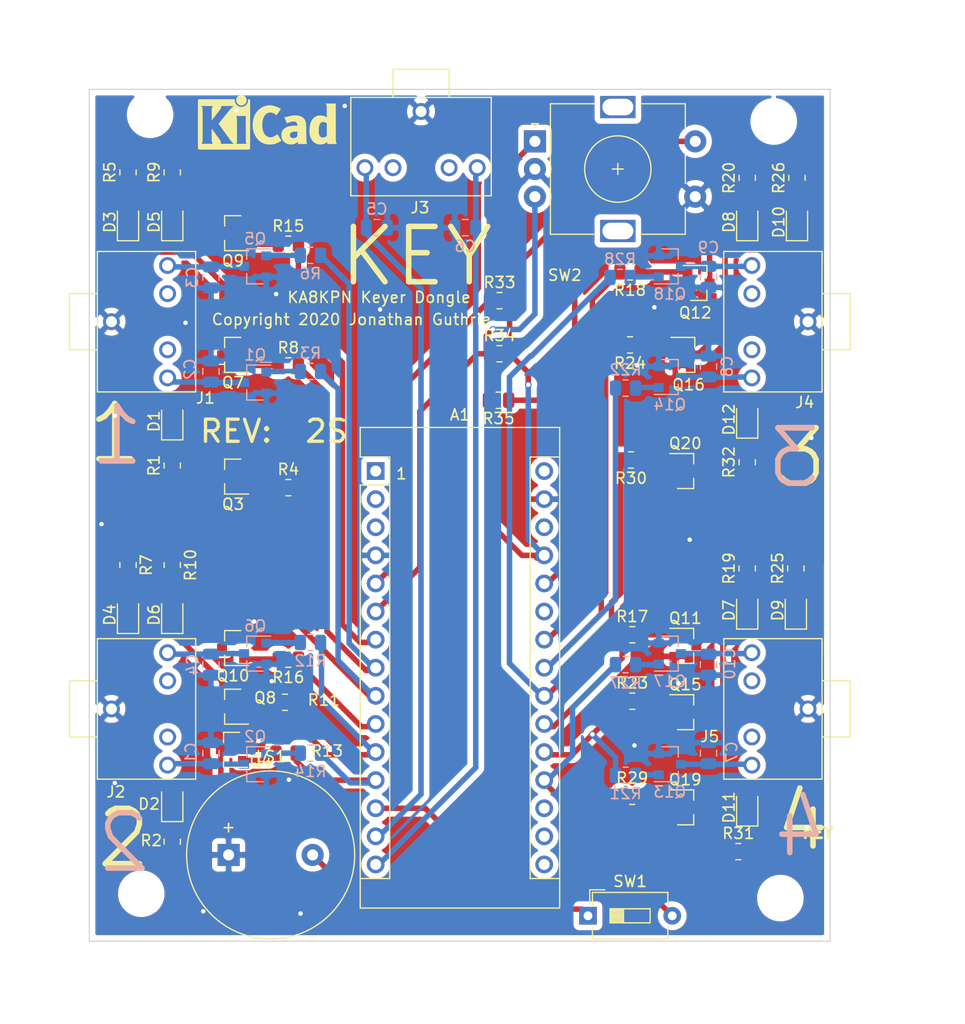
<source format=kicad_pcb>
(kicad_pcb (version 20171130) (host pcbnew 5.1.7+dfsg1-1)
  (title_block (date "jeu. 02 avril 2015"))
  (layers (0 F.Cu signal) (31 B.Cu signal) (34 B.Paste user hide) (35 F.Paste user) (36 B.SilkS user hide) (37 F.SilkS user) (38 B.Mask user hide) (39 F.Mask user) (44 Edge.Cuts user))
  (net 0 "")
  (net 1 GND)
  (net 2 "Net-(C1-Pad1)")
  (net 3 "Net-(C2-Pad1)")
  (net 4 "Net-(C3-Pad1)")
  (net 5 "Net-(C4-Pad1)")
  (net 6 "Net-(D1-Pad1)")
  (net 7 "Net-(D2-Pad1)")
  (net 8 "Net-(D3-Pad2)")
  (net 9 "Net-(D3-Pad1)")
  (net 10 "Net-(D4-Pad2)")
  (net 11 "Net-(D4-Pad1)")
  (net 12 "Net-(D5-Pad2)")
  (net 13 "Net-(D5-Pad1)")
  (net 14 "Net-(D6-Pad2)")
  (net 15 "Net-(D6-Pad1)")
  (net 16 "Net-(J1-PadSN)")
  (net 17 "Net-(J1-PadTN)")
  (net 18 "Net-(J2-PadSN)")
  (net 19 "Net-(J2-PadTN)")
  (net 20 "Net-(J3-PadSN)")
  (net 21 "Net-(J3-PadTN)")
  (net 22 "Net-(Q1-Pad1)")
  (net 23 "Net-(Q2-Pad1)")
  (net 24 "Net-(Q3-Pad1)")
  (net 25 "Net-(Q4-Pad1)")
  (net 26 "Net-(Q5-Pad1)")
  (net 27 "Net-(Q6-Pad1)")
  (net 28 "Net-(Q7-Pad1)")
  (net 29 "Net-(Q8-Pad1)")
  (net 30 "Net-(Q9-Pad1)")
  (net 31 "Net-(Q10-Pad1)")
  (net 32 "Net-(Q3-Pad3)")
  (net 33 "Net-(Q4-Pad3)")
  (net 34 "Net-(C7-Pad2)")
  (net 35 "Net-(C8-Pad1)")
  (net 36 "Net-(C9-Pad1)")
  (net 37 "Net-(C10-Pad1)")
  (net 38 "Net-(D7-Pad2)")
  (net 39 "Net-(D7-Pad1)")
  (net 40 "Net-(D8-Pad2)")
  (net 41 "Net-(D8-Pad1)")
  (net 42 "Net-(D9-Pad2)")
  (net 43 "Net-(D9-Pad1)")
  (net 44 "Net-(D10-Pad2)")
  (net 45 "Net-(D10-Pad1)")
  (net 46 "Net-(D11-Pad1)")
  (net 47 "Net-(D12-Pad1)")
  (net 48 "Net-(J4-PadSN)")
  (net 49 "Net-(J4-PadTN)")
  (net 50 "Net-(J5-PadSN)")
  (net 51 "Net-(J5-PadTN)")
  (net 52 "Net-(Q11-Pad1)")
  (net 53 "Net-(Q12-Pad1)")
  (net 54 "Net-(Q13-Pad1)")
  (net 55 "Net-(Q14-Pad1)")
  (net 56 "Net-(Q15-Pad1)")
  (net 57 "Net-(Q16-Pad1)")
  (net 58 "Net-(Q17-Pad1)")
  (net 59 "Net-(Q18-Pad1)")
  (net 60 "Net-(Q19-Pad1)")
  (net 61 "Net-(Q20-Pad1)")
  (net 62 "Net-(Q19-Pad3)")
  (net 63 "Net-(Q20-Pad3)")
  (net 64 "Net-(LS1-Pad2)")
  (net 65 "Net-(A1-Pad16)")
  (net 66 "Net-(A1-Pad30)")
  (net 67 "Net-(A1-Pad28)")
  (net 68 "Net-(A1-Pad27)")
  (net 69 "Net-(A1-Pad26)")
  (net 70 "Net-(A1-Pad25)")
  (net 71 "Net-(A1-Pad24)")
  (net 72 "Net-(A1-Pad23)")
  (net 73 "Net-(A1-Pad22)")
  (net 74 "Net-(A1-Pad21)")
  (net 75 "Net-(A1-Pad20)")
  (net 76 "Net-(A1-Pad19)")
  (net 77 "Net-(A1-Pad3)")
  (net 78 "Net-(A1-Pad18)")
  (net 79 "Net-(A1-Pad2)")
  (net 80 "Net-(A1-Pad17)")
  (net 81 "Net-(A1-Pad1)")
  (net 82 "Net-(A1-Pad15)")
  (net 83 "Net-(A1-Pad14)")
  (net 84 "Net-(A1-Pad13)")
  (net 85 "Net-(A1-Pad12)")
  (net 86 "Net-(A1-Pad11)")
  (net 87 "Net-(A1-Pad10)")
  (net 88 "Net-(A1-Pad9)")
  (net 89 "Net-(A1-Pad8)")
  (net 90 "Net-(A1-Pad7)")
  (net 91 "Net-(A1-Pad6)")
  (net 92 "Net-(A1-Pad5)")
  (module Buzzer_Beeper:Buzzer_15x7.5RM7.6 (layer F.Cu) (at 126.1 105.7)
    (fp_text reference LS1 (at 3.81 -8.89) (layer F.SilkS))
    (fp_text value Speaker_Crystal)
    (fp_text user + (at -0.01 -2.54) (layer F.SilkS))
    (pad 2 thru_hole circle (at 7.6 0) (size 2 2) (drill 1) (layers *.Cu *.Mask) (net 64 "Net-(LS1-Pad2)"))
    (pad 1 thru_hole rect (at 0 0) (size 2 2) (drill 1) (layers *.Cu *.Mask) (net 1 GND))
  )
  (module Package_TO_SOT_SMD:SOT-23 (layer F.Cu) (at 168.6 54)
    (fp_text reference Q12 (at -0.3 2.7) (layer F.SilkS))
    (fp_text value MMBT3904)
    (pad 3 smd rect (at 1 0) (size 0.9 0.8) (layers F.Cu F.Paste F.Mask) (net 41 "Net-(D8-Pad1)"))
    (pad 2 smd rect (at -1 0.95) (size 0.9 0.8) (layers F.Cu F.Paste F.Mask) (net 1 GND))
    (pad 1 smd rect (at -1 -0.95) (size 0.9 0.8) (layers F.Cu F.Paste F.Mask) (net 53 "Net-(Q12-Pad1)"))
  )
  (module Rotary_Encoder:RotaryEncoder_Alps_EC11E-Switch_Vertical_H20mm (layer F.Cu) (at 153.8 41.2)
    (fp_text reference SW2 (at 2.7 12.1) (layer F.SilkS))
    (fp_text value Rotary_Encoder_Switch)
    (pad A thru_hole rect (at 0 0) (size 2 2) (drill 1) (layers *.Cu *.Mask) (net 92 "Net-(A1-Pad5)"))
    (pad C thru_hole circle (at 0 2.5) (size 2 2) (drill 1) (layers *.Cu *.Mask) (net 1 GND))
    (pad B thru_hole circle (at 0 5) (size 2 2) (drill 1) (layers *.Cu *.Mask) (net 91 "Net-(A1-Pad6)"))
    (pad MP thru_hole rect (at 7.5 -3.1) (size 3.2 2) (drill oval 2.8 1.5) (layers *.Cu *.Mask))
    (pad MP thru_hole rect (at 7.5 8.1) (size 3.2 2) (drill oval 2.8 1.5) (layers *.Cu *.Mask))
    (pad S2 thru_hole circle (at 14.5 0) (size 2 2) (drill 1) (layers *.Cu *.Mask) (net 69 "Net-(A1-Pad26)"))
    (pad S1 thru_hole circle (at 14.5 5) (size 2 2) (drill 1) (layers *.Cu *.Mask) (net 1 GND))
  )
  (module Resistor_SMD:R_0805_2012Metric (layer F.Cu) (at 150.6 55.6)
    (fp_text reference R33 (at 0 -1.65) (layer F.SilkS))
    (fp_text value 10K)
    (pad 2 smd roundrect (at 0.9125 0) (size 1.025 1.4) (layers F.Cu F.Paste F.Mask) (roundrect_rratio 0.243902) (net 68 "Net-(A1-Pad27)"))
    (pad 1 smd roundrect (at -0.9125 0) (size 1.025 1.4) (layers F.Cu F.Paste F.Mask) (roundrect_rratio 0.243902) (net 92 "Net-(A1-Pad5)"))
  )
  (module Module:Arduino_Nano (layer F.Cu) (at 139.4 71)
    (fp_text reference A1 (at 7.62 -5.08) (layer F.SilkS))
    (fp_text value Arduino_Nano_v3.x)
    (pad 16 thru_hole oval (at 15.24 35.56) (size 1.6 1.6) (drill 1) (layers *.Cu *.Mask) (net 65 "Net-(A1-Pad16)"))
    (pad 15 thru_hole oval (at 0 35.56) (size 1.6 1.6) (drill 1) (layers *.Cu *.Mask) (net 82 "Net-(A1-Pad15)"))
    (pad 30 thru_hole oval (at 15.24 0) (size 1.6 1.6) (drill 1) (layers *.Cu *.Mask) (net 66 "Net-(A1-Pad30)"))
    (pad 14 thru_hole oval (at 0 33.02) (size 1.6 1.6) (drill 1) (layers *.Cu *.Mask) (net 83 "Net-(A1-Pad14)"))
    (pad 29 thru_hole oval (at 15.24 2.54) (size 1.6 1.6) (drill 1) (layers *.Cu *.Mask) (net 1 GND))
    (pad 13 thru_hole oval (at 0 30.48) (size 1.6 1.6) (drill 1) (layers *.Cu *.Mask) (net 84 "Net-(A1-Pad13)"))
    (pad 28 thru_hole oval (at 15.24 5.08) (size 1.6 1.6) (drill 1) (layers *.Cu *.Mask) (net 67 "Net-(A1-Pad28)"))
    (pad 12 thru_hole oval (at 0 27.94) (size 1.6 1.6) (drill 1) (layers *.Cu *.Mask) (net 85 "Net-(A1-Pad12)"))
    (pad 27 thru_hole oval (at 15.24 7.62) (size 1.6 1.6) (drill 1) (layers *.Cu *.Mask) (net 68 "Net-(A1-Pad27)"))
    (pad 11 thru_hole oval (at 0 25.4) (size 1.6 1.6) (drill 1) (layers *.Cu *.Mask) (net 86 "Net-(A1-Pad11)"))
    (pad 26 thru_hole oval (at 15.24 10.16) (size 1.6 1.6) (drill 1) (layers *.Cu *.Mask) (net 69 "Net-(A1-Pad26)"))
    (pad 10 thru_hole oval (at 0 22.86) (size 1.6 1.6) (drill 1) (layers *.Cu *.Mask) (net 87 "Net-(A1-Pad10)"))
    (pad 25 thru_hole oval (at 15.24 12.7) (size 1.6 1.6) (drill 1) (layers *.Cu *.Mask) (net 70 "Net-(A1-Pad25)"))
    (pad 9 thru_hole oval (at 0 20.32) (size 1.6 1.6) (drill 1) (layers *.Cu *.Mask) (net 88 "Net-(A1-Pad9)"))
    (pad 24 thru_hole oval (at 15.24 15.24) (size 1.6 1.6) (drill 1) (layers *.Cu *.Mask) (net 71 "Net-(A1-Pad24)"))
    (pad 8 thru_hole oval (at 0 17.78) (size 1.6 1.6) (drill 1) (layers *.Cu *.Mask) (net 89 "Net-(A1-Pad8)"))
    (pad 23 thru_hole oval (at 15.24 17.78) (size 1.6 1.6) (drill 1) (layers *.Cu *.Mask) (net 72 "Net-(A1-Pad23)"))
    (pad 7 thru_hole oval (at 0 15.24) (size 1.6 1.6) (drill 1) (layers *.Cu *.Mask) (net 90 "Net-(A1-Pad7)"))
    (pad 22 thru_hole oval (at 15.24 20.32) (size 1.6 1.6) (drill 1) (layers *.Cu *.Mask) (net 73 "Net-(A1-Pad22)"))
    (pad 6 thru_hole oval (at 0 12.7) (size 1.6 1.6) (drill 1) (layers *.Cu *.Mask) (net 91 "Net-(A1-Pad6)"))
    (pad 21 thru_hole oval (at 15.24 22.86) (size 1.6 1.6) (drill 1) (layers *.Cu *.Mask) (net 74 "Net-(A1-Pad21)"))
    (pad 5 thru_hole oval (at 0 10.16) (size 1.6 1.6) (drill 1) (layers *.Cu *.Mask) (net 92 "Net-(A1-Pad5)"))
    (pad 20 thru_hole oval (at 15.24 25.4) (size 1.6 1.6) (drill 1) (layers *.Cu *.Mask) (net 75 "Net-(A1-Pad20)"))
    (pad 4 thru_hole oval (at 0 7.62) (size 1.6 1.6) (drill 1) (layers *.Cu *.Mask) (net 1 GND))
    (pad 19 thru_hole oval (at 15.24 27.94) (size 1.6 1.6) (drill 1) (layers *.Cu *.Mask) (net 76 "Net-(A1-Pad19)"))
    (pad 3 thru_hole oval (at 0 5.08) (size 1.6 1.6) (drill 1) (layers *.Cu *.Mask) (net 77 "Net-(A1-Pad3)"))
    (pad 18 thru_hole oval (at 15.24 30.48) (size 1.6 1.6) (drill 1) (layers *.Cu *.Mask) (net 78 "Net-(A1-Pad18)"))
    (pad 2 thru_hole oval (at 0 2.54) (size 1.6 1.6) (drill 1) (layers *.Cu *.Mask) (net 79 "Net-(A1-Pad2)"))
    (pad 17 thru_hole oval (at 15.24 33.02) (size 1.6 1.6) (drill 1) (layers *.Cu *.Mask) (net 80 "Net-(A1-Pad17)"))
    (pad 1 thru_hole rect (at 0 0) (size 1.6 1.6) (drill 1) (layers *.Cu *.Mask) (net 81 "Net-(A1-Pad1)"))
  )
  (module Resistor_SMD:R_0805_2012Metric (layer F.Cu) (at 150.5125 64.6 180)
    (fp_text reference R35 (at 0 -1.65) (layer F.SilkS))
    (fp_text value 10K)
    (pad 2 smd roundrect (at 0.9125 0 180) (size 1.025 1.4) (layers F.Cu F.Paste F.Mask) (roundrect_rratio 0.243902) (net 68 "Net-(A1-Pad27)"))
    (pad 1 smd roundrect (at -0.9125 0 180) (size 1.025 1.4) (layers F.Cu F.Paste F.Mask) (roundrect_rratio 0.243902) (net 69 "Net-(A1-Pad26)"))
  )
  (module Resistor_SMD:R_0805_2012Metric (layer F.Cu) (at 150.6 60.4)
    (fp_text reference R34 (at 0 -1.65) (layer F.SilkS))
    (fp_text value 10K)
    (pad 2 smd roundrect (at 0.9125 0) (size 1.025 1.4) (layers F.Cu F.Paste F.Mask) (roundrect_rratio 0.243902) (net 68 "Net-(A1-Pad27)"))
    (pad 1 smd roundrect (at -0.9125 0) (size 1.025 1.4) (layers F.Cu F.Paste F.Mask) (roundrect_rratio 0.243902) (net 91 "Net-(A1-Pad6)"))
  )
  (module MountingHole:MountingHole_3.2mm_M3 (layer F.Cu) (at 119 38.8)
    (fp_text reference REF** hide)
    (fp_text value MountingHole_3.2mm_M3)
    (pad 1 np_thru_hole circle (at 0 0) (size 3.2 3.2) (drill 3.2) (layers *.Cu *.Mask))
  )
  (module MountingHole:MountingHole_3.2mm_M3 (layer F.Cu) (at 118.2 109.2)
    (fp_text reference REF** hide)
    (fp_text value MountingHole_3.2mm_M3)
    (pad 1 np_thru_hole circle (at 0 0) (size 3.2 3.2) (drill 3.2) (layers *.Cu *.Mask))
  )
  (module MountingHole:MountingHole_3.2mm_M3 (layer F.Cu) (at 176 109.6)
    (fp_text reference REF** hide)
    (fp_text value MountingHole_3.2mm_M3)
    (pad 1 np_thru_hole circle (at 0 0) (size 3.2 3.2) (drill 3.2) (layers *.Cu *.Mask))
  )
  (module MountingHole:MountingHole_3.2mm_M3 (layer F.Cu) (at 175.4 39.4)
    (fp_text reference REF** hide)
    (fp_text value MountingHole_3.2mm_M3)
    (pad 1 np_thru_hole circle (at 0 0) (size 3.2 3.2) (drill 3.2) (layers *.Cu *.Mask))
  )
  (module Button_Switch_THT:SW_DIP_SPSTx01_Slide_6.7x4.1mm_W7.62mm_P2.54mm_LowProfile (layer F.Cu) (at 158.6 111.2)
    (fp_text reference SW1 (at 3.81 -3.11) (layer F.SilkS))
    (fp_text value SW_DIP_x01)
    (pad 2 thru_hole oval (at 7.62 0) (size 1.6 1.6) (drill 0.8) (layers *.Cu *.Mask) (net 84 "Net-(A1-Pad13)"))
    (pad 1 thru_hole rect (at 0 0) (size 1.6 1.6) (drill 0.8) (layers *.Cu *.Mask) (net 64 "Net-(LS1-Pad2)"))
  )
  (module Symbol:Symbol_CC-ShareAlike_CopperTop_Small (layer F.Cu) (at 162 105.4)
    (fp_text reference REF** hide)
    (fp_text value Symbol_CC-ShareAlike_CopperTop_Small)
    (fp_line (start 0.59944 -2.4003) (end 0 -2.49936) (layer F.Cu) (width 0.381))
    (fp_line (start 1.00076 -2.30124) (end 0.59944 -2.4003) (layer F.Cu) (width 0.381))
    (fp_line (start 1.50114 -1.99898) (end 1.00076 -2.30124) (layer F.Cu) (width 0.381))
    (fp_line (start 1.99898 -1.50114) (end 1.50114 -1.99898) (layer F.Cu) (width 0.381))
    (fp_line (start 2.30124 -1.00076) (end 1.99898 -1.50114) (layer F.Cu) (width 0.381))
    (fp_line (start 2.49936 -0.39878) (end 2.30124 -1.00076) (layer F.Cu) (width 0.381))
    (fp_line (start 2.49936 0.20066) (end 2.49936 -0.39878) (layer F.Cu) (width 0.381))
    (fp_line (start 2.4003 0.8001) (end 2.49936 0.20066) (layer F.Cu) (width 0.381))
    (fp_line (start 1.99898 1.50114) (end 2.4003 0.8001) (layer F.Cu) (width 0.381))
    (fp_line (start 1.50114 1.99898) (end 1.99898 1.50114) (layer F.Cu) (width 0.381))
    (fp_line (start 0.89916 2.30124) (end 1.50114 1.99898) (layer F.Cu) (width 0.381))
    (fp_line (start 0.29972 2.49936) (end 0.89916 2.30124) (layer F.Cu) (width 0.381))
    (fp_line (start -0.50038 2.49936) (end 0.29972 2.49936) (layer F.Cu) (width 0.381))
    (fp_line (start -1.19888 2.19964) (end -0.50038 2.49936) (layer F.Cu) (width 0.381))
    (fp_line (start -1.69926 1.80086) (end -1.19888 2.19964) (layer F.Cu) (width 0.381))
    (fp_line (start -2.30124 1.09982) (end -1.69926 1.80086) (layer F.Cu) (width 0.381))
    (fp_line (start -2.49936 0.29972) (end -2.30124 1.09982) (layer F.Cu) (width 0.381))
    (fp_line (start -2.49936 -0.29972) (end -2.49936 0.29972) (layer F.Cu) (width 0.381))
    (fp_line (start -2.4003 -0.8001) (end -2.49936 -0.29972) (layer F.Cu) (width 0.381))
    (fp_line (start -2.19964 -1.19888) (end -2.4003 -0.8001) (layer F.Cu) (width 0.381))
    (fp_line (start -1.69926 -1.80086) (end -2.19964 -1.19888) (layer F.Cu) (width 0.381))
    (fp_line (start -1.19888 -2.19964) (end -1.69926 -1.80086) (layer F.Cu) (width 0.381))
    (fp_line (start -0.70104 -2.4003) (end -1.19888 -2.19964) (layer F.Cu) (width 0.381))
    (fp_line (start -0.09906 -2.49936) (end -0.70104 -2.4003) (layer F.Cu) (width 0.381))
    (fp_line (start 0 -2.49936) (end -0.09906 -2.49936) (layer F.Cu) (width 0.381))
    (fp_line (start -0.50038 -1.50114) (end -1.00076 -1.30048) (layer F.Cu) (width 0.381))
    (fp_line (start -0.09906 -1.6002) (end -0.50038 -1.50114) (layer F.Cu) (width 0.381))
    (fp_line (start 0.29972 -1.6002) (end -0.09906 -1.6002) (layer F.Cu) (width 0.381))
    (fp_line (start 0.89916 -1.30048) (end 0.29972 -1.6002) (layer F.Cu) (width 0.381))
    (fp_line (start 1.19888 -1.00076) (end 0.89916 -1.30048) (layer F.Cu) (width 0.381))
    (fp_line (start 1.50114 -0.50038) (end 1.19888 -1.00076) (layer F.Cu) (width 0.381))
    (fp_line (start 1.6002 0) (end 1.50114 -0.50038) (layer F.Cu) (width 0.381))
    (fp_line (start 1.6002 0.39878) (end 1.6002 0) (layer F.Cu) (width 0.381))
    (fp_line (start 1.30048 0.89916) (end 1.6002 0.39878) (layer F.Cu) (width 0.381))
    (fp_line (start 0.89916 1.30048) (end 1.30048 0.89916) (layer F.Cu) (width 0.381))
    (fp_line (start 0.39878 1.50114) (end 0.89916 1.30048) (layer F.Cu) (width 0.381))
    (fp_line (start -0.09906 1.6002) (end 0.39878 1.50114) (layer F.Cu) (width 0.381))
    (fp_line (start -0.59944 1.50114) (end -0.09906 1.6002) (layer F.Cu) (width 0.381))
    (fp_line (start -1.09982 1.19888) (end -0.59944 1.50114) (layer F.Cu) (width 0.381))
  )
  (module Symbol:KiCad-Logo_5mm_SilkScreen (layer F.Cu) (at 129.6 40)
    (fp_text reference REF** hide)
    (fp_text value KiCad-Logo_5mm_SilkScreen hide)
  )
  (module Resistor_SMD:R_0805_2012Metric (layer F.Cu) (at 173 70.2 90)
    (fp_text reference R32 (at 0 -1.65 90) (layer F.SilkS))
    (fp_text value 150)
    (pad 2 smd roundrect (at 0.9125 0 90) (size 1.025 1.4) (layers F.Cu F.Paste F.Mask) (roundrect_rratio 0.243902) (net 47 "Net-(D12-Pad1)"))
    (pad 1 smd roundrect (at -0.9125 0 90) (size 1.025 1.4) (layers F.Cu F.Paste F.Mask) (roundrect_rratio 0.243902) (net 63 "Net-(Q20-Pad3)"))
  )
  (module Resistor_SMD:R_0805_2012Metric (layer F.Cu) (at 172.2 105.4)
    (fp_text reference R31 (at 0 -1.65) (layer F.SilkS))
    (fp_text value 150)
    (pad 2 smd roundrect (at 0.9125 0) (size 1.025 1.4) (layers F.Cu F.Paste F.Mask) (roundrect_rratio 0.243902) (net 46 "Net-(D11-Pad1)"))
    (pad 1 smd roundrect (at -0.9125 0) (size 1.025 1.4) (layers F.Cu F.Paste F.Mask) (roundrect_rratio 0.243902) (net 62 "Net-(Q19-Pad3)"))
  )
  (module Resistor_SMD:R_0805_2012Metric (layer F.Cu) (at 162.4875 70 180)
    (fp_text reference R30 (at 0 -1.65) (layer F.SilkS))
    (fp_text value 3K)
    (pad 2 smd roundrect (at 0.9125 0 180) (size 1.025 1.4) (layers F.Cu F.Paste F.Mask) (roundrect_rratio 0.243902) (net 73 "Net-(A1-Pad22)"))
    (pad 1 smd roundrect (at -0.9125 0 180) (size 1.025 1.4) (layers F.Cu F.Paste F.Mask) (roundrect_rratio 0.243902) (net 61 "Net-(Q20-Pad1)"))
  )
  (module Resistor_SMD:R_0805_2012Metric (layer F.Cu) (at 162.6 100.4)
    (fp_text reference R29 (at 0 -1.65) (layer F.SilkS))
    (fp_text value 3K)
    (pad 2 smd roundrect (at 0.9125 0) (size 1.025 1.4) (layers F.Cu F.Paste F.Mask) (roundrect_rratio 0.243902) (net 60 "Net-(Q19-Pad1)"))
    (pad 1 smd roundrect (at -0.9125 0) (size 1.025 1.4) (layers F.Cu F.Paste F.Mask) (roundrect_rratio 0.243902) (net 76 "Net-(A1-Pad19)"))
  )
  (module Resistor_SMD:R_0805_2012Metric (layer B.Cu) (at 161.5 53.5 180)
    (fp_text reference R28 (at 0 1.65) (layer B.SilkS) (effects (justify mirror)))
    (fp_text value 100)
    (pad 2 smd roundrect (at 0.9125 0 180) (size 1.025 1.4) (layers B.Cu B.Paste B.Mask) (roundrect_rratio 0.243902) (net 73 "Net-(A1-Pad22)"))
    (pad 1 smd roundrect (at -0.9125 0 180) (size 1.025 1.4) (layers B.Cu B.Paste B.Mask) (roundrect_rratio 0.243902) (net 59 "Net-(Q18-Pad1)"))
  )
  (module Resistor_SMD:R_0805_2012Metric (layer B.Cu) (at 162 88.5)
    (fp_text reference R27 (at 0 1.65) (layer B.SilkS) (effects (justify mirror)))
    (fp_text value 100)
    (pad 2 smd roundrect (at 0.9125 0) (size 1.025 1.4) (layers B.Cu B.Paste B.Mask) (roundrect_rratio 0.243902) (net 58 "Net-(Q17-Pad1)"))
    (pad 1 smd roundrect (at -0.9125 0) (size 1.025 1.4) (layers B.Cu B.Paste B.Mask) (roundrect_rratio 0.243902) (net 76 "Net-(A1-Pad19)"))
  )
  (module Resistor_SMD:R_0805_2012Metric (layer F.Cu) (at 177.5 44.5 90)
    (fp_text reference R26 (at 0 -1.65 90) (layer F.SilkS))
    (fp_text value 150)
    (pad 2 smd roundrect (at 0.9125 0 90) (size 1.025 1.4) (layers F.Cu F.Paste F.Mask) (roundrect_rratio 0.243902) (net 68 "Net-(A1-Pad27)"))
    (pad 1 smd roundrect (at -0.9125 0 90) (size 1.025 1.4) (layers F.Cu F.Paste F.Mask) (roundrect_rratio 0.243902) (net 44 "Net-(D10-Pad2)"))
  )
  (module Resistor_SMD:R_0805_2012Metric (layer F.Cu) (at 177.4 79.8 90)
    (fp_text reference R25 (at 0 -1.65 90) (layer F.SilkS))
    (fp_text value 150)
    (pad 2 smd roundrect (at 0.9125 0 90) (size 1.025 1.4) (layers F.Cu F.Paste F.Mask) (roundrect_rratio 0.243902) (net 68 "Net-(A1-Pad27)"))
    (pad 1 smd roundrect (at -0.9125 0 90) (size 1.025 1.4) (layers F.Cu F.Paste F.Mask) (roundrect_rratio 0.243902) (net 42 "Net-(D9-Pad2)"))
  )
  (module Resistor_SMD:R_0805_2012Metric (layer F.Cu) (at 162.4 59.6 180)
    (fp_text reference R24 (at 0 -1.65) (layer F.SilkS))
    (fp_text value 3K)
    (pad 2 smd roundrect (at 0.9125 0 180) (size 1.025 1.4) (layers F.Cu F.Paste F.Mask) (roundrect_rratio 0.243902) (net 72 "Net-(A1-Pad23)"))
    (pad 1 smd roundrect (at -0.9125 0 180) (size 1.025 1.4) (layers F.Cu F.Paste F.Mask) (roundrect_rratio 0.243902) (net 57 "Net-(Q16-Pad1)"))
  )
  (module Resistor_SMD:R_0805_2012Metric (layer F.Cu) (at 162.6 91.8)
    (fp_text reference R23 (at 0 -1.65) (layer F.SilkS))
    (fp_text value 3K)
    (pad 2 smd roundrect (at 0.9125 0) (size 1.025 1.4) (layers F.Cu F.Paste F.Mask) (roundrect_rratio 0.243902) (net 56 "Net-(Q15-Pad1)"))
    (pad 1 smd roundrect (at -0.9125 0) (size 1.025 1.4) (layers F.Cu F.Paste F.Mask) (roundrect_rratio 0.243902) (net 75 "Net-(A1-Pad20)"))
  )
  (module Resistor_SMD:R_0805_2012Metric (layer B.Cu) (at 162 63.5 180)
    (fp_text reference R22 (at 0 1.65) (layer B.SilkS) (effects (justify mirror)))
    (fp_text value 100)
    (pad 2 smd roundrect (at 0.9125 0 180) (size 1.025 1.4) (layers B.Cu B.Paste B.Mask) (roundrect_rratio 0.243902) (net 72 "Net-(A1-Pad23)"))
    (pad 1 smd roundrect (at -0.9125 0 180) (size 1.025 1.4) (layers B.Cu B.Paste B.Mask) (roundrect_rratio 0.243902) (net 55 "Net-(Q14-Pad1)"))
  )
  (module Resistor_SMD:R_0805_2012Metric (layer B.Cu) (at 162 98.5)
    (fp_text reference R21 (at 0 1.65) (layer B.SilkS) (effects (justify mirror)))
    (fp_text value 100)
    (pad 2 smd roundrect (at 0.9125 0) (size 1.025 1.4) (layers B.Cu B.Paste B.Mask) (roundrect_rratio 0.243902) (net 54 "Net-(Q13-Pad1)"))
    (pad 1 smd roundrect (at -0.9125 0) (size 1.025 1.4) (layers B.Cu B.Paste B.Mask) (roundrect_rratio 0.243902) (net 75 "Net-(A1-Pad20)"))
  )
  (module Resistor_SMD:R_0805_2012Metric (layer F.Cu) (at 173 44.5 90)
    (fp_text reference R20 (at 0 -1.65 90) (layer F.SilkS))
    (fp_text value 100)
    (pad 2 smd roundrect (at 0.9125 0 90) (size 1.025 1.4) (layers F.Cu F.Paste F.Mask) (roundrect_rratio 0.243902) (net 68 "Net-(A1-Pad27)"))
    (pad 1 smd roundrect (at -0.9125 0 90) (size 1.025 1.4) (layers F.Cu F.Paste F.Mask) (roundrect_rratio 0.243902) (net 40 "Net-(D8-Pad2)"))
  )
  (module Resistor_SMD:R_0805_2012Metric (layer F.Cu) (at 173 79.8 90)
    (fp_text reference R19 (at 0 -1.65 90) (layer F.SilkS))
    (fp_text value 100)
    (pad 2 smd roundrect (at 0.9125 0 90) (size 1.025 1.4) (layers F.Cu F.Paste F.Mask) (roundrect_rratio 0.243902) (net 68 "Net-(A1-Pad27)"))
    (pad 1 smd roundrect (at -0.9125 0 90) (size 1.025 1.4) (layers F.Cu F.Paste F.Mask) (roundrect_rratio 0.243902) (net 38 "Net-(D7-Pad2)"))
  )
  (module Resistor_SMD:R_0805_2012Metric (layer F.Cu) (at 162.4 53 180)
    (fp_text reference R18 (at 0 -1.65) (layer F.SilkS))
    (fp_text value 2.2K)
    (pad 2 smd roundrect (at 0.9125 0 180) (size 1.025 1.4) (layers F.Cu F.Paste F.Mask) (roundrect_rratio 0.243902) (net 71 "Net-(A1-Pad24)"))
    (pad 1 smd roundrect (at -0.9125 0 180) (size 1.025 1.4) (layers F.Cu F.Paste F.Mask) (roundrect_rratio 0.243902) (net 53 "Net-(Q12-Pad1)"))
  )
  (module Resistor_SMD:R_0805_2012Metric (layer F.Cu) (at 162.6 85.8)
    (fp_text reference R17 (at 0 -1.65) (layer F.SilkS))
    (fp_text value 2.2K)
    (pad 2 smd roundrect (at 0.9125 0) (size 1.025 1.4) (layers F.Cu F.Paste F.Mask) (roundrect_rratio 0.243902) (net 52 "Net-(Q11-Pad1)"))
    (pad 1 smd roundrect (at -0.9125 0) (size 1.025 1.4) (layers F.Cu F.Paste F.Mask) (roundrect_rratio 0.243902) (net 74 "Net-(A1-Pad21)"))
  )
  (module Package_TO_SOT_SMD:SOT-23 (layer F.Cu) (at 167.4 71)
    (fp_text reference Q20 (at 0 -2.5) (layer F.SilkS))
    (fp_text value MMBT3904)
    (pad 3 smd rect (at 1 0) (size 0.9 0.8) (layers F.Cu F.Paste F.Mask) (net 63 "Net-(Q20-Pad3)"))
    (pad 2 smd rect (at -1 0.95) (size 0.9 0.8) (layers F.Cu F.Paste F.Mask) (net 1 GND))
    (pad 1 smd rect (at -1 -0.95) (size 0.9 0.8) (layers F.Cu F.Paste F.Mask) (net 61 "Net-(Q20-Pad1)"))
  )
  (module Package_TO_SOT_SMD:SOT-23 (layer F.Cu) (at 167.4 101.4)
    (fp_text reference Q19 (at 0 -2.5) (layer F.SilkS))
    (fp_text value MMBT3904)
    (pad 3 smd rect (at 1 0) (size 0.9 0.8) (layers F.Cu F.Paste F.Mask) (net 62 "Net-(Q19-Pad3)"))
    (pad 2 smd rect (at -1 0.95) (size 0.9 0.8) (layers F.Cu F.Paste F.Mask) (net 1 GND))
    (pad 1 smd rect (at -1 -0.95) (size 0.9 0.8) (layers F.Cu F.Paste F.Mask) (net 60 "Net-(Q19-Pad1)"))
  )
  (module Package_TO_SOT_SMD:SOT-23 (layer B.Cu) (at 166 52.5)
    (fp_text reference Q18 (at 0 2.5) (layer B.SilkS) (effects (justify mirror)))
    (fp_text value MMBT3904)
    (pad 3 smd rect (at 1 0) (size 0.9 0.8) (layers B.Cu B.Paste B.Mask) (net 36 "Net-(C9-Pad1)"))
    (pad 2 smd rect (at -1 -0.95) (size 0.9 0.8) (layers B.Cu B.Paste B.Mask) (net 1 GND))
    (pad 1 smd rect (at -1 0.95) (size 0.9 0.8) (layers B.Cu B.Paste B.Mask) (net 59 "Net-(Q18-Pad1)"))
  )
  (module Package_TO_SOT_SMD:SOT-23 (layer B.Cu) (at 166 87.5)
    (fp_text reference Q17 (at 0 2.5) (layer B.SilkS) (effects (justify mirror)))
    (fp_text value MMBT3904)
    (pad 3 smd rect (at 1 0) (size 0.9 0.8) (layers B.Cu B.Paste B.Mask) (net 37 "Net-(C10-Pad1)"))
    (pad 2 smd rect (at -1 -0.95) (size 0.9 0.8) (layers B.Cu B.Paste B.Mask) (net 1 GND))
    (pad 1 smd rect (at -1 0.95) (size 0.9 0.8) (layers B.Cu B.Paste B.Mask) (net 58 "Net-(Q17-Pad1)"))
  )
  (module Package_TO_SOT_SMD:SOT-23 (layer F.Cu) (at 167.5 60.5)
    (fp_text reference Q16 (at 0.2 2.7) (layer F.SilkS))
    (fp_text value MMBT3904)
    (pad 3 smd rect (at 1 0) (size 0.9 0.8) (layers F.Cu F.Paste F.Mask) (net 45 "Net-(D10-Pad1)"))
    (pad 2 smd rect (at -1 0.95) (size 0.9 0.8) (layers F.Cu F.Paste F.Mask) (net 1 GND))
    (pad 1 smd rect (at -1 -0.95) (size 0.9 0.8) (layers F.Cu F.Paste F.Mask) (net 57 "Net-(Q16-Pad1)"))
  )
  (module Package_TO_SOT_SMD:SOT-23 (layer F.Cu) (at 167.4 92.8)
    (fp_text reference Q15 (at 0 -2.5) (layer F.SilkS))
    (fp_text value MMBT3904)
    (pad 3 smd rect (at 1 0) (size 0.9 0.8) (layers F.Cu F.Paste F.Mask) (net 43 "Net-(D9-Pad1)"))
    (pad 2 smd rect (at -1 0.95) (size 0.9 0.8) (layers F.Cu F.Paste F.Mask) (net 1 GND))
    (pad 1 smd rect (at -1 -0.95) (size 0.9 0.8) (layers F.Cu F.Paste F.Mask) (net 56 "Net-(Q15-Pad1)"))
  )
  (module Package_TO_SOT_SMD:SOT-23 (layer B.Cu) (at 166 62.5)
    (fp_text reference Q14 (at 0 2.5) (layer B.SilkS) (effects (justify mirror)))
    (fp_text value MMBT3904)
    (pad 3 smd rect (at 1 0) (size 0.9 0.8) (layers B.Cu B.Paste B.Mask) (net 35 "Net-(C8-Pad1)"))
    (pad 2 smd rect (at -1 -0.95) (size 0.9 0.8) (layers B.Cu B.Paste B.Mask) (net 1 GND))
    (pad 1 smd rect (at -1 0.95) (size 0.9 0.8) (layers B.Cu B.Paste B.Mask) (net 55 "Net-(Q14-Pad1)"))
  )
  (module Package_TO_SOT_SMD:SOT-23 (layer B.Cu) (at 166 97.5)
    (fp_text reference Q13 (at 0 2.5) (layer B.SilkS) (effects (justify mirror)))
    (fp_text value MMBT3904)
    (pad 3 smd rect (at 1 0) (size 0.9 0.8) (layers B.Cu B.Paste B.Mask) (net 34 "Net-(C7-Pad2)"))
    (pad 2 smd rect (at -1 -0.95) (size 0.9 0.8) (layers B.Cu B.Paste B.Mask) (net 1 GND))
    (pad 1 smd rect (at -1 0.95) (size 0.9 0.8) (layers B.Cu B.Paste B.Mask) (net 54 "Net-(Q13-Pad1)"))
  )
  (module Package_TO_SOT_SMD:SOT-23 (layer F.Cu) (at 167.4 86.8)
    (fp_text reference Q11 (at 0 -2.5) (layer F.SilkS))
    (fp_text value MMBT3904)
    (pad 3 smd rect (at 1 0) (size 0.9 0.8) (layers F.Cu F.Paste F.Mask) (net 39 "Net-(D7-Pad1)"))
    (pad 2 smd rect (at -1 0.95) (size 0.9 0.8) (layers F.Cu F.Paste F.Mask) (net 1 GND))
    (pad 1 smd rect (at -1 -0.95) (size 0.9 0.8) (layers F.Cu F.Paste F.Mask) (net 52 "Net-(Q11-Pad1)"))
  )
  (module dongle:Jack_3.5mm_PJ307_Horizontal (layer F.Cu) (at 178.5 92.5 180)
    (fp_text reference J5 (at 8.89 -2.5) (layer F.SilkS))
    (fp_text value AudioJack2_Ground_Switch)
    (pad S thru_hole circle (at 5.08 -5.08 180) (size 1.524 1.524) (drill 1) (layers *.Cu *.Mask) (net 34 "Net-(C7-Pad2)"))
    (pad SN thru_hole circle (at 5.08 -2.54 180) (size 1.524 1.524) (drill 1) (layers *.Cu *.Mask) (net 50 "Net-(J5-PadSN)"))
    (pad T thru_hole circle (at 5.08 5.08 180) (size 1.524 1.524) (drill 1) (layers *.Cu *.Mask) (net 37 "Net-(C10-Pad1)"))
    (pad TN thru_hole circle (at 5.08 2.54 180) (size 1.524 1.524) (drill 1) (layers *.Cu *.Mask) (net 51 "Net-(J5-PadTN)"))
    (pad G thru_hole circle (at 0 0 180) (size 1.524 1.524) (drill 1) (layers *.Cu *.Mask) (net 1 GND))
  )
  (module dongle:Jack_3.5mm_PJ307_Horizontal (layer F.Cu) (at 178.5 57.5 180)
    (fp_text reference J4 (at 0.3 -7.3) (layer F.SilkS))
    (fp_text value AudioJack2_Ground_Switch)
    (pad S thru_hole circle (at 5.08 -5.08 180) (size 1.524 1.524) (drill 1) (layers *.Cu *.Mask) (net 35 "Net-(C8-Pad1)"))
    (pad SN thru_hole circle (at 5.08 -2.54 180) (size 1.524 1.524) (drill 1) (layers *.Cu *.Mask) (net 48 "Net-(J4-PadSN)"))
    (pad T thru_hole circle (at 5.08 5.08 180) (size 1.524 1.524) (drill 1) (layers *.Cu *.Mask) (net 36 "Net-(C9-Pad1)"))
    (pad TN thru_hole circle (at 5.08 2.54 180) (size 1.524 1.524) (drill 1) (layers *.Cu *.Mask) (net 49 "Net-(J4-PadTN)"))
    (pad G thru_hole circle (at 0 0 180) (size 1.524 1.524) (drill 1) (layers *.Cu *.Mask) (net 1 GND))
  )
  (module LED_SMD:LED_0805_2012Metric (layer F.Cu) (at 173 66.3375 90)
    (fp_text reference D12 (at 0 -1.65 90) (layer F.SilkS))
    (fp_text value YELLOW)
    (pad 2 smd roundrect (at 0.9375 0 90) (size 0.975 1.4) (layers F.Cu F.Paste F.Mask) (net 68 "Net-(A1-Pad27)"))
    (pad 1 smd roundrect (at -0.9375 0 90) (size 0.975 1.4) (layers F.Cu F.Paste F.Mask) (net 47 "Net-(D12-Pad1)"))
  )
  (module LED_SMD:LED_0805_2012Metric (layer F.Cu) (at 173 101.4 90)
    (fp_text reference D11 (at 0 -1.65 90) (layer F.SilkS))
    (fp_text value YELLOW)
    (pad 2 smd roundrect (at 0.9375 0 90) (size 0.975 1.4) (layers F.Cu F.Paste F.Mask) (net 68 "Net-(A1-Pad27)"))
    (pad 1 smd roundrect (at -0.9375 0 90) (size 0.975 1.4) (layers F.Cu F.Paste F.Mask) (net 46 "Net-(D11-Pad1)"))
  )
  (module LED_SMD:LED_0805_2012Metric (layer F.Cu) (at 177.5 48.5 90)
    (fp_text reference D10 (at 0 -1.65 90) (layer F.SilkS))
    (fp_text value RED)
    (pad 2 smd roundrect (at 0.9375 0 90) (size 0.975 1.4) (layers F.Cu F.Paste F.Mask) (net 44 "Net-(D10-Pad2)"))
    (pad 1 smd roundrect (at -0.9375 0 90) (size 0.975 1.4) (layers F.Cu F.Paste F.Mask) (net 45 "Net-(D10-Pad1)"))
  )
  (module LED_SMD:LED_0805_2012Metric (layer F.Cu) (at 177.4 83.6 90)
    (fp_text reference D9 (at 0 -1.65 90) (layer F.SilkS))
    (fp_text value RED)
    (pad 2 smd roundrect (at 0.9375 0 90) (size 0.975 1.4) (layers F.Cu F.Paste F.Mask) (net 42 "Net-(D9-Pad2)"))
    (pad 1 smd roundrect (at -0.9375 0 90) (size 0.975 1.4) (layers F.Cu F.Paste F.Mask) (net 43 "Net-(D9-Pad1)"))
  )
  (module LED_SMD:LED_0805_2012Metric (layer F.Cu) (at 173 48.5 90)
    (fp_text reference D8 (at 0 -1.65 90) (layer F.SilkS))
    (fp_text value BLUE)
    (pad 2 smd roundrect (at 0.9375 0 90) (size 0.975 1.4) (layers F.Cu F.Paste F.Mask) (net 40 "Net-(D8-Pad2)"))
    (pad 1 smd roundrect (at -0.9375 0 90) (size 0.975 1.4) (layers F.Cu F.Paste F.Mask) (net 41 "Net-(D8-Pad1)"))
  )
  (module LED_SMD:LED_0805_2012Metric (layer F.Cu) (at 173 83.6 90)
    (fp_text reference D7 (at 0 -1.65 90) (layer F.SilkS))
    (fp_text value BLUE)
    (pad 2 smd roundrect (at 0.9375 0 90) (size 0.975 1.4) (layers F.Cu F.Paste F.Mask) (net 38 "Net-(D7-Pad2)"))
    (pad 1 smd roundrect (at -0.9375 0 90) (size 0.975 1.4) (layers F.Cu F.Paste F.Mask) (net 39 "Net-(D7-Pad1)"))
  )
  (module Capacitor_SMD:C_0805_2012Metric (layer B.Cu) (at 169.5 88.5 270)
    (fp_text reference C10 (at -0.1 -1.9 90) (layer B.SilkS) (effects (justify mirror)))
    (fp_text value 0.01)
    (pad 2 smd roundrect (at 0.95 0 270) (size 1 1.45) (layers B.Cu B.Paste B.Mask) (net 1 GND))
    (pad 1 smd roundrect (at -0.95 0 270) (size 1 1.45) (layers B.Cu B.Paste B.Mask) (net 37 "Net-(C10-Pad1)"))
  )
  (module Capacitor_SMD:C_0805_2012Metric (layer B.Cu) (at 169.5 53.45 270)
    (fp_text reference C9 (at -2.65 0 180) (layer B.SilkS) (effects (justify mirror)))
    (fp_text value 0.01)
    (pad 2 smd roundrect (at 0.95 0 270) (size 1 1.45) (layers B.Cu B.Paste B.Mask) (net 1 GND))
    (pad 1 smd roundrect (at -0.95 0 270) (size 1 1.45) (layers B.Cu B.Paste B.Mask) (net 36 "Net-(C9-Pad1)"))
  )
  (module Capacitor_SMD:C_0805_2012Metric (layer B.Cu) (at 169.5 61.55 90)
    (fp_text reference C8 (at 0 1.68 90) (layer B.SilkS) (effects (justify mirror)))
    (fp_text value 0.01)
    (pad 2 smd roundrect (at 0.95 0 90) (size 1 1.45) (layers B.Cu B.Paste B.Mask) (net 1 GND))
    (pad 1 smd roundrect (at -0.95 0 90) (size 1 1.45) (layers B.Cu B.Paste B.Mask) (net 35 "Net-(C8-Pad1)"))
  )
  (module Capacitor_SMD:C_0805_2012Metric (layer B.Cu) (at 169.5 96.5 270)
    (fp_text reference C7 (at -0.1 -2.1 90) (layer B.SilkS) (effects (justify mirror)))
    (fp_text value 0.01)
    (pad 2 smd roundrect (at 0.95 0 270) (size 1 1.45) (layers B.Cu B.Paste B.Mask) (net 34 "Net-(C7-Pad2)"))
    (pad 1 smd roundrect (at -0.95 0 270) (size 1 1.45) (layers B.Cu B.Paste B.Mask) (net 1 GND))
  )
  (module Package_TO_SOT_SMD:SOT-23 (layer F.Cu) (at 126.5 60.5 180)
    (fp_text reference Q7 (at 0 -2.5) (layer F.SilkS))
    (fp_text value MMBT3904)
    (pad 3 smd rect (at 1 0 180) (size 0.9 0.8) (layers F.Cu F.Paste F.Mask) (net 9 "Net-(D3-Pad1)"))
    (pad 2 smd rect (at -1 0.95 180) (size 0.9 0.8) (layers F.Cu F.Paste F.Mask) (net 1 GND))
    (pad 1 smd rect (at -1 -0.95 180) (size 0.9 0.8) (layers F.Cu F.Paste F.Mask) (net 28 "Net-(Q7-Pad1)"))
  )
  (module Capacitor_SMD:C_0805_2012Metric (layer B.Cu) (at 139.5 49 180)
    (fp_text reference C5 (at 0 1.68) (layer B.SilkS) (effects (justify mirror)))
    (fp_text value 0.01)
    (pad 2 smd roundrect (at 0.95 0 180) (size 1 1.45) (layers B.Cu B.Paste B.Mask) (net 83 "Net-(A1-Pad14)"))
    (pad 1 smd roundrect (at -0.95 0 180) (size 1 1.45) (layers B.Cu B.Paste B.Mask) (net 1 GND))
  )
  (module dongle:Jack_3.5mm_PJ307_Horizontal (layer F.Cu) (at 143.5 38.5 270)
    (fp_text reference J3 (at 8.7 0.1 180) (layer F.SilkS))
    (fp_text value AudioJack2_Ground_Switch)
    (pad S thru_hole circle (at 5.08 -5.08 270) (size 1.524 1.524) (drill 1) (layers *.Cu *.Mask) (net 82 "Net-(A1-Pad15)"))
    (pad SN thru_hole circle (at 5.08 -2.54 270) (size 1.524 1.524) (drill 1) (layers *.Cu *.Mask) (net 20 "Net-(J3-PadSN)"))
    (pad T thru_hole circle (at 5.08 5.08 270) (size 1.524 1.524) (drill 1) (layers *.Cu *.Mask) (net 83 "Net-(A1-Pad14)"))
    (pad TN thru_hole circle (at 5.08 2.54 270) (size 1.524 1.524) (drill 1) (layers *.Cu *.Mask) (net 21 "Net-(J3-PadTN)"))
    (pad G thru_hole circle (at 0 0 270) (size 1.524 1.524) (drill 1) (layers *.Cu *.Mask) (net 1 GND))
  )
  (module Resistor_SMD:R_0805_2012Metric (layer B.Cu) (at 133.5 96.5)
    (fp_text reference R14 (at 0 1.65) (layer B.SilkS) (effects (justify mirror)))
    (fp_text value 100)
    (pad 2 smd roundrect (at 0.9125 0) (size 1.025 1.4) (layers B.Cu B.Paste B.Mask) (roundrect_rratio 0.243902) (net 85 "Net-(A1-Pad12)"))
    (pad 1 smd roundrect (at -0.9125 0) (size 1.025 1.4) (layers B.Cu B.Paste B.Mask) (roundrect_rratio 0.243902) (net 23 "Net-(Q2-Pad1)"))
  )
  (module Resistor_SMD:R_0805_2012Metric (layer F.Cu) (at 131.5 88 180)
    (fp_text reference R16 (at 0 -1.65) (layer F.SilkS))
    (fp_text value 2.2K)
    (pad 2 smd roundrect (at 0.9125 0 180) (size 1.025 1.4) (layers F.Cu F.Paste F.Mask) (roundrect_rratio 0.243902) (net 31 "Net-(Q10-Pad1)"))
    (pad 1 smd roundrect (at -0.9125 0 180) (size 1.025 1.4) (layers F.Cu F.Paste F.Mask) (roundrect_rratio 0.243902) (net 87 "Net-(A1-Pad10)"))
  )
  (module Resistor_SMD:R_0805_2012Metric (layer F.Cu) (at 131.5 50.5)
    (fp_text reference R15 (at 0 -1.65) (layer F.SilkS))
    (fp_text value 2.2K)
    (pad 2 smd roundrect (at 0.9125 0) (size 1.025 1.4) (layers F.Cu F.Paste F.Mask) (roundrect_rratio 0.243902) (net 90 "Net-(A1-Pad7)"))
    (pad 1 smd roundrect (at -0.9125 0) (size 1.025 1.4) (layers F.Cu F.Paste F.Mask) (roundrect_rratio 0.243902) (net 30 "Net-(Q9-Pad1)"))
  )
  (module Resistor_SMD:R_0805_2012Metric (layer F.Cu) (at 131.3 96.5)
    (fp_text reference R13 (at 3.7 -0.2) (layer F.SilkS))
    (fp_text value 3K)
    (pad 2 smd roundrect (at 0.9125 0) (size 1.025 1.4) (layers F.Cu F.Paste F.Mask) (roundrect_rratio 0.243902) (net 85 "Net-(A1-Pad12)"))
    (pad 1 smd roundrect (at -0.9125 0) (size 1.025 1.4) (layers F.Cu F.Paste F.Mask) (roundrect_rratio 0.243902) (net 25 "Net-(Q4-Pad1)"))
  )
  (module Resistor_SMD:R_0805_2012Metric (layer B.Cu) (at 133.5 86.5)
    (fp_text reference R12 (at 0 1.65) (layer B.SilkS) (effects (justify mirror)))
    (fp_text value 100)
    (pad 2 smd roundrect (at 0.9125 0) (size 1.025 1.4) (layers B.Cu B.Paste B.Mask) (roundrect_rratio 0.243902) (net 86 "Net-(A1-Pad11)"))
    (pad 1 smd roundrect (at -0.9125 0) (size 1.025 1.4) (layers B.Cu B.Paste B.Mask) (roundrect_rratio 0.243902) (net 27 "Net-(Q6-Pad1)"))
  )
  (module Resistor_SMD:R_0805_2012Metric (layer F.Cu) (at 131.2 91.9)
    (fp_text reference R11 (at 3.5 -0.2) (layer F.SilkS))
    (fp_text value 3K)
    (pad 2 smd roundrect (at 0.9125 0) (size 1.025 1.4) (layers F.Cu F.Paste F.Mask) (roundrect_rratio 0.243902) (net 86 "Net-(A1-Pad11)"))
    (pad 1 smd roundrect (at -0.9125 0) (size 1.025 1.4) (layers F.Cu F.Paste F.Mask) (roundrect_rratio 0.243902) (net 29 "Net-(Q8-Pad1)"))
  )
  (module Resistor_SMD:R_0805_2012Metric (layer F.Cu) (at 121 79.5 270)
    (fp_text reference R10 (at 0 -1.65 90) (layer F.SilkS))
    (fp_text value 100)
    (pad 2 smd roundrect (at 0.9125 0 270) (size 1.025 1.4) (layers F.Cu F.Paste F.Mask) (roundrect_rratio 0.243902) (net 14 "Net-(D6-Pad2)"))
    (pad 1 smd roundrect (at -0.9125 0 270) (size 1.025 1.4) (layers F.Cu F.Paste F.Mask) (roundrect_rratio 0.243902) (net 68 "Net-(A1-Pad27)"))
  )
  (module Resistor_SMD:R_0805_2012Metric (layer F.Cu) (at 121 44 90)
    (fp_text reference R9 (at 0 -1.65 90) (layer F.SilkS))
    (fp_text value 100)
    (pad 2 smd roundrect (at 0.9125 0 90) (size 1.025 1.4) (layers F.Cu F.Paste F.Mask) (roundrect_rratio 0.243902) (net 68 "Net-(A1-Pad27)"))
    (pad 1 smd roundrect (at -0.9125 0 90) (size 1.025 1.4) (layers F.Cu F.Paste F.Mask) (roundrect_rratio 0.243902) (net 12 "Net-(D5-Pad2)"))
  )
  (module Resistor_SMD:R_0805_2012Metric (layer F.Cu) (at 131.5 61.5)
    (fp_text reference R8 (at 0 -1.65) (layer F.SilkS))
    (fp_text value 3K)
    (pad 2 smd roundrect (at 0.9125 0) (size 1.025 1.4) (layers F.Cu F.Paste F.Mask) (roundrect_rratio 0.243902) (net 89 "Net-(A1-Pad8)"))
    (pad 1 smd roundrect (at -0.9125 0) (size 1.025 1.4) (layers F.Cu F.Paste F.Mask) (roundrect_rratio 0.243902) (net 28 "Net-(Q7-Pad1)"))
  )
  (module Resistor_SMD:R_0805_2012Metric (layer F.Cu) (at 117 79.5 270)
    (fp_text reference R7 (at 0 -1.65 90) (layer F.SilkS))
    (fp_text value 150)
    (pad 2 smd roundrect (at 0.9125 0 270) (size 1.025 1.4) (layers F.Cu F.Paste F.Mask) (roundrect_rratio 0.243902) (net 10 "Net-(D4-Pad2)"))
    (pad 1 smd roundrect (at -0.9125 0 270) (size 1.025 1.4) (layers F.Cu F.Paste F.Mask) (roundrect_rratio 0.243902) (net 68 "Net-(A1-Pad27)"))
  )
  (module Resistor_SMD:R_0805_2012Metric (layer B.Cu) (at 133.5 51.5)
    (fp_text reference R6 (at 0 1.65) (layer B.SilkS) (effects (justify mirror)))
    (fp_text value 100)
    (pad 2 smd roundrect (at 0.9125 0) (size 1.025 1.4) (layers B.Cu B.Paste B.Mask) (roundrect_rratio 0.243902) (net 89 "Net-(A1-Pad8)"))
    (pad 1 smd roundrect (at -0.9125 0) (size 1.025 1.4) (layers B.Cu B.Paste B.Mask) (roundrect_rratio 0.243902) (net 26 "Net-(Q5-Pad1)"))
  )
  (module Resistor_SMD:R_0805_2012Metric (layer F.Cu) (at 117 44 90)
    (fp_text reference R5 (at 0 -1.65 90) (layer F.SilkS))
    (fp_text value 150)
    (pad 2 smd roundrect (at 0.9125 0 90) (size 1.025 1.4) (layers F.Cu F.Paste F.Mask) (roundrect_rratio 0.243902) (net 68 "Net-(A1-Pad27)"))
    (pad 1 smd roundrect (at -0.9125 0 90) (size 1.025 1.4) (layers F.Cu F.Paste F.Mask) (roundrect_rratio 0.243902) (net 8 "Net-(D3-Pad2)"))
  )
  (module Resistor_SMD:R_0805_2012Metric (layer F.Cu) (at 131.5 72.5)
    (fp_text reference R4 (at 0 -1.65) (layer F.SilkS))
    (fp_text value 3K)
    (pad 2 smd roundrect (at 0.9125 0) (size 1.025 1.4) (layers F.Cu F.Paste F.Mask) (roundrect_rratio 0.243902) (net 88 "Net-(A1-Pad9)"))
    (pad 1 smd roundrect (at -0.9125 0) (size 1.025 1.4) (layers F.Cu F.Paste F.Mask) (roundrect_rratio 0.243902) (net 24 "Net-(Q3-Pad1)"))
  )
  (module Resistor_SMD:R_0805_2012Metric (layer B.Cu) (at 133.5 62 180)
    (fp_text reference R3 (at 0 1.65) (layer B.SilkS) (effects (justify mirror)))
    (fp_text value 100)
    (pad 2 smd roundrect (at 0.9125 0 180) (size 1.025 1.4) (layers B.Cu B.Paste B.Mask) (roundrect_rratio 0.243902) (net 22 "Net-(Q1-Pad1)"))
    (pad 1 smd roundrect (at -0.9125 0 180) (size 1.025 1.4) (layers B.Cu B.Paste B.Mask) (roundrect_rratio 0.243902) (net 88 "Net-(A1-Pad9)"))
  )
  (module Resistor_SMD:R_0805_2012Metric (layer F.Cu) (at 121 104.5 90)
    (fp_text reference R2 (at 0.1 -1.9 180) (layer F.SilkS))
    (fp_text value 150)
    (pad 2 smd roundrect (at 0.9125 0 90) (size 1.025 1.4) (layers F.Cu F.Paste F.Mask) (roundrect_rratio 0.243902) (net 7 "Net-(D2-Pad1)"))
    (pad 1 smd roundrect (at -0.9125 0 90) (size 1.025 1.4) (layers F.Cu F.Paste F.Mask) (roundrect_rratio 0.243902) (net 33 "Net-(Q4-Pad3)"))
  )
  (module Resistor_SMD:R_0805_2012Metric (layer F.Cu) (at 121 70.5 90)
    (fp_text reference R1 (at 0 -1.65 90) (layer F.SilkS))
    (fp_text value 150)
    (pad 2 smd roundrect (at 0.9125 0 90) (size 1.025 1.4) (layers F.Cu F.Paste F.Mask) (roundrect_rratio 0.243902) (net 6 "Net-(D1-Pad1)"))
    (pad 1 smd roundrect (at -0.9125 0 90) (size 1.025 1.4) (layers F.Cu F.Paste F.Mask) (roundrect_rratio 0.243902) (net 32 "Net-(Q3-Pad3)"))
  )
  (module Package_TO_SOT_SMD:SOT-23 (layer F.Cu) (at 126.5 87 180)
    (fp_text reference Q10 (at 0 -2.5) (layer F.SilkS))
    (fp_text value MMBT3904)
    (pad 3 smd rect (at 1 0 180) (size 0.9 0.8) (layers F.Cu F.Paste F.Mask) (net 15 "Net-(D6-Pad1)"))
    (pad 2 smd rect (at -1 0.95 180) (size 0.9 0.8) (layers F.Cu F.Paste F.Mask) (net 1 GND))
    (pad 1 smd rect (at -1 -0.95 180) (size 0.9 0.8) (layers F.Cu F.Paste F.Mask) (net 31 "Net-(Q10-Pad1)"))
  )
  (module Package_TO_SOT_SMD:SOT-23 (layer F.Cu) (at 126.5 49.5 180)
    (fp_text reference Q9 (at 0 -2.5) (layer F.SilkS))
    (fp_text value MMBT3904)
    (pad 3 smd rect (at 1 0 180) (size 0.9 0.8) (layers F.Cu F.Paste F.Mask) (net 13 "Net-(D5-Pad1)"))
    (pad 2 smd rect (at -1 0.95 180) (size 0.9 0.8) (layers F.Cu F.Paste F.Mask) (net 1 GND))
    (pad 1 smd rect (at -1 -0.95 180) (size 0.9 0.8) (layers F.Cu F.Paste F.Mask) (net 30 "Net-(Q9-Pad1)"))
  )
  (module Package_TO_SOT_SMD:SOT-23 (layer F.Cu) (at 126.5 92.3 180)
    (fp_text reference Q8 (at -2.9 0.8) (layer F.SilkS))
    (fp_text value MMBT3904)
    (pad 3 smd rect (at 1 0 180) (size 0.9 0.8) (layers F.Cu F.Paste F.Mask) (net 11 "Net-(D4-Pad1)"))
    (pad 2 smd rect (at -1 0.95 180) (size 0.9 0.8) (layers F.Cu F.Paste F.Mask) (net 1 GND))
    (pad 1 smd rect (at -1 -0.95 180) (size 0.9 0.8) (layers F.Cu F.Paste F.Mask) (net 29 "Net-(Q8-Pad1)"))
  )
  (module Package_TO_SOT_SMD:SOT-23 (layer B.Cu) (at 128.5 87.5 180)
    (fp_text reference Q6 (at 0 2.5 180) (layer B.SilkS) (effects (justify mirror)))
    (fp_text value MMBT3904)
    (pad 3 smd rect (at 1 0 180) (size 0.9 0.8) (layers B.Cu B.Paste B.Mask) (net 5 "Net-(C4-Pad1)"))
    (pad 2 smd rect (at -1 -0.95 180) (size 0.9 0.8) (layers B.Cu B.Paste B.Mask) (net 1 GND))
    (pad 1 smd rect (at -1 0.95 180) (size 0.9 0.8) (layers B.Cu B.Paste B.Mask) (net 27 "Net-(Q6-Pad1)"))
  )
  (module Package_TO_SOT_SMD:SOT-23 (layer B.Cu) (at 128.5 52.5 180)
    (fp_text reference Q5 (at 0 2.5 180) (layer B.SilkS) (effects (justify mirror)))
    (fp_text value MMBT3904)
    (pad 3 smd rect (at 1 0 180) (size 0.9 0.8) (layers B.Cu B.Paste B.Mask) (net 4 "Net-(C3-Pad1)"))
    (pad 2 smd rect (at -1 -0.95 180) (size 0.9 0.8) (layers B.Cu B.Paste B.Mask) (net 1 GND))
    (pad 1 smd rect (at -1 0.95 180) (size 0.9 0.8) (layers B.Cu B.Paste B.Mask) (net 26 "Net-(Q5-Pad1)"))
  )
  (module Package_TO_SOT_SMD:SOT-23 (layer F.Cu) (at 126.4 96.2 180)
    (fp_text reference Q4 (at -2.6 -1) (layer F.SilkS))
    (fp_text value MMBT3904)
    (pad 3 smd rect (at 1 0 180) (size 0.9 0.8) (layers F.Cu F.Paste F.Mask) (net 33 "Net-(Q4-Pad3)"))
    (pad 2 smd rect (at -1 0.95 180) (size 0.9 0.8) (layers F.Cu F.Paste F.Mask) (net 1 GND))
    (pad 1 smd rect (at -1 -0.95 180) (size 0.9 0.8) (layers F.Cu F.Paste F.Mask) (net 25 "Net-(Q4-Pad1)"))
  )
  (module Package_TO_SOT_SMD:SOT-23 (layer F.Cu) (at 126.5 71.5 180)
    (fp_text reference Q3 (at 0 -2.5) (layer F.SilkS))
    (fp_text value MMBT3904)
    (pad 3 smd rect (at 1 0 180) (size 0.9 0.8) (layers F.Cu F.Paste F.Mask) (net 32 "Net-(Q3-Pad3)"))
    (pad 2 smd rect (at -1 0.95 180) (size 0.9 0.8) (layers F.Cu F.Paste F.Mask) (net 1 GND))
    (pad 1 smd rect (at -1 -0.95 180) (size 0.9 0.8) (layers F.Cu F.Paste F.Mask) (net 24 "Net-(Q3-Pad1)"))
  )
  (module Package_TO_SOT_SMD:SOT-23 (layer B.Cu) (at 128.5 97.5 180)
    (fp_text reference Q2 (at 0 2.5 180) (layer B.SilkS) (effects (justify mirror)))
    (fp_text value MMBT3904)
    (pad 3 smd rect (at 1 0 180) (size 0.9 0.8) (layers B.Cu B.Paste B.Mask) (net 2 "Net-(C1-Pad1)"))
    (pad 2 smd rect (at -1 -0.95 180) (size 0.9 0.8) (layers B.Cu B.Paste B.Mask) (net 1 GND))
    (pad 1 smd rect (at -1 0.95 180) (size 0.9 0.8) (layers B.Cu B.Paste B.Mask) (net 23 "Net-(Q2-Pad1)"))
  )
  (module Package_TO_SOT_SMD:SOT-23 (layer B.Cu) (at 128.5 63 180)
    (fp_text reference Q1 (at 0 2.5 180) (layer B.SilkS) (effects (justify mirror)))
    (fp_text value MMBT3904)
    (pad 3 smd rect (at 1 0 180) (size 0.9 0.8) (layers B.Cu B.Paste B.Mask) (net 3 "Net-(C2-Pad1)"))
    (pad 2 smd rect (at -1 -0.95 180) (size 0.9 0.8) (layers B.Cu B.Paste B.Mask) (net 1 GND))
    (pad 1 smd rect (at -1 0.95 180) (size 0.9 0.8) (layers B.Cu B.Paste B.Mask) (net 22 "Net-(Q1-Pad1)"))
  )
  (module dongle:Jack_3.5mm_PJ307_Horizontal (layer F.Cu) (at 115.5 92.5)
    (fp_text reference J2 (at 0.4 7.5) (layer F.SilkS))
    (fp_text value AudioJack2_Ground_Switch)
    (pad S thru_hole circle (at 5.08 -5.08) (size 1.524 1.524) (drill 1) (layers *.Cu *.Mask) (net 5 "Net-(C4-Pad1)"))
    (pad SN thru_hole circle (at 5.08 -2.54) (size 1.524 1.524) (drill 1) (layers *.Cu *.Mask) (net 18 "Net-(J2-PadSN)"))
    (pad T thru_hole circle (at 5.08 5.08) (size 1.524 1.524) (drill 1) (layers *.Cu *.Mask) (net 2 "Net-(C1-Pad1)"))
    (pad TN thru_hole circle (at 5.08 2.54) (size 1.524 1.524) (drill 1) (layers *.Cu *.Mask) (net 19 "Net-(J2-PadTN)"))
    (pad G thru_hole circle (at 0 0) (size 1.524 1.524) (drill 1) (layers *.Cu *.Mask) (net 1 GND))
  )
  (module dongle:Jack_3.5mm_PJ307_Horizontal (layer F.Cu) (at 115.5 57.5)
    (fp_text reference J1 (at 8.5 6.9) (layer F.SilkS))
    (fp_text value AudioJack2_Ground_Switch)
    (pad S thru_hole circle (at 5.08 -5.08) (size 1.524 1.524) (drill 1) (layers *.Cu *.Mask) (net 4 "Net-(C3-Pad1)"))
    (pad SN thru_hole circle (at 5.08 -2.54) (size 1.524 1.524) (drill 1) (layers *.Cu *.Mask) (net 16 "Net-(J1-PadSN)"))
    (pad T thru_hole circle (at 5.08 5.08) (size 1.524 1.524) (drill 1) (layers *.Cu *.Mask) (net 3 "Net-(C2-Pad1)"))
    (pad TN thru_hole circle (at 5.08 2.54) (size 1.524 1.524) (drill 1) (layers *.Cu *.Mask) (net 17 "Net-(J1-PadTN)"))
    (pad G thru_hole circle (at 0 0) (size 1.524 1.524) (drill 1) (layers *.Cu *.Mask) (net 1 GND))
  )
  (module LED_SMD:LED_0805_2012Metric (layer F.Cu) (at 121 84 90)
    (fp_text reference D6 (at 0 -1.65 90) (layer F.SilkS))
    (fp_text value BLUE)
    (pad 2 smd roundrect (at 0.9375 0 90) (size 0.975 1.4) (layers F.Cu F.Paste F.Mask) (net 14 "Net-(D6-Pad2)"))
    (pad 1 smd roundrect (at -0.9375 0 90) (size 0.975 1.4) (layers F.Cu F.Paste F.Mask) (net 15 "Net-(D6-Pad1)"))
  )
  (module LED_SMD:LED_0805_2012Metric (layer F.Cu) (at 121 48.5 90)
    (fp_text reference D5 (at 0 -1.65 90) (layer F.SilkS))
    (fp_text value BLUE)
    (pad 2 smd roundrect (at 0.9375 0 90) (size 0.975 1.4) (layers F.Cu F.Paste F.Mask) (net 12 "Net-(D5-Pad2)"))
    (pad 1 smd roundrect (at -0.9375 0 90) (size 0.975 1.4) (layers F.Cu F.Paste F.Mask) (net 13 "Net-(D5-Pad1)"))
  )
  (module LED_SMD:LED_0805_2012Metric (layer F.Cu) (at 117 84 90)
    (fp_text reference D4 (at 0 -1.65 90) (layer F.SilkS))
    (fp_text value RED)
    (pad 2 smd roundrect (at 0.9375 0 90) (size 0.975 1.4) (layers F.Cu F.Paste F.Mask) (net 10 "Net-(D4-Pad2)"))
    (pad 1 smd roundrect (at -0.9375 0 90) (size 0.975 1.4) (layers F.Cu F.Paste F.Mask) (net 11 "Net-(D4-Pad1)"))
  )
  (module LED_SMD:LED_0805_2012Metric (layer F.Cu) (at 117 48.5 90)
    (fp_text reference D3 (at 0 -1.65 90) (layer F.SilkS))
    (fp_text value RED)
    (pad 2 smd roundrect (at 0.9375 0 90) (size 0.975 1.4) (layers F.Cu F.Paste F.Mask) (net 8 "Net-(D3-Pad2)"))
    (pad 1 smd roundrect (at -0.9375 0 90) (size 0.975 1.4) (layers F.Cu F.Paste F.Mask) (net 9 "Net-(D3-Pad1)"))
  )
  (module LED_SMD:LED_0805_2012Metric (layer F.Cu) (at 121 101 90)
    (fp_text reference D2 (at -0.1 -2.1 180) (layer F.SilkS))
    (fp_text value YELLOW)
    (pad 2 smd roundrect (at 0.9375 0 90) (size 0.975 1.4) (layers F.Cu F.Paste F.Mask) (net 68 "Net-(A1-Pad27)"))
    (pad 1 smd roundrect (at -0.9375 0 90) (size 0.975 1.4) (layers F.Cu F.Paste F.Mask) (net 7 "Net-(D2-Pad1)"))
  )
  (module LED_SMD:LED_0805_2012Metric (layer F.Cu) (at 121 66.5 90)
    (fp_text reference D1 (at 0 -1.65 90) (layer F.SilkS))
    (fp_text value YELLOW)
    (pad 2 smd roundrect (at 0.9375 0 90) (size 0.975 1.4) (layers F.Cu F.Paste F.Mask) (net 68 "Net-(A1-Pad27)"))
    (pad 1 smd roundrect (at -0.9375 0 90) (size 0.975 1.4) (layers F.Cu F.Paste F.Mask) (net 6 "Net-(D1-Pad1)"))
  )
  (module Capacitor_SMD:C_0805_2012Metric (layer B.Cu) (at 147.5 49)
    (fp_text reference C6 (at 0 1.68) (layer B.SilkS) (effects (justify mirror)))
    (fp_text value 0.01)
    (pad 2 smd roundrect (at 0.95 0) (size 1 1.45) (layers B.Cu B.Paste B.Mask) (net 82 "Net-(A1-Pad15)"))
    (pad 1 smd roundrect (at -0.95 0) (size 1 1.45) (layers B.Cu B.Paste B.Mask) (net 1 GND))
  )
  (module Capacitor_SMD:C_0805_2012Metric (layer B.Cu) (at 124.5 88.5 270)
    (fp_text reference C4 (at 0 1.68 270) (layer B.SilkS) (effects (justify mirror)))
    (fp_text value 0.01)
    (pad 2 smd roundrect (at 0.95 0 270) (size 1 1.45) (layers B.Cu B.Paste B.Mask) (net 1 GND))
    (pad 1 smd roundrect (at -0.95 0 270) (size 1 1.45) (layers B.Cu B.Paste B.Mask) (net 5 "Net-(C4-Pad1)"))
  )
  (module Capacitor_SMD:C_0805_2012Metric (layer B.Cu) (at 124.5 53.5 270)
    (fp_text reference C3 (at 0 1.68 270) (layer B.SilkS) (effects (justify mirror)))
    (fp_text value 0.01)
    (pad 2 smd roundrect (at 0.95 0 270) (size 1 1.45) (layers B.Cu B.Paste B.Mask) (net 1 GND))
    (pad 1 smd roundrect (at -0.95 0 270) (size 1 1.45) (layers B.Cu B.Paste B.Mask) (net 4 "Net-(C3-Pad1)"))
  )
  (module Capacitor_SMD:C_0805_2012Metric (layer B.Cu) (at 124.5 62 90)
    (fp_text reference C2 (at 0.2 -1.9 270) (layer B.SilkS) (effects (justify mirror)))
    (fp_text value 0.01)
    (pad 2 smd roundrect (at 0.95 0 90) (size 1 1.45) (layers B.Cu B.Paste B.Mask) (net 1 GND))
    (pad 1 smd roundrect (at -0.95 0 90) (size 1 1.45) (layers B.Cu B.Paste B.Mask) (net 3 "Net-(C2-Pad1)"))
  )
  (module Capacitor_SMD:C_0805_2012Metric (layer B.Cu) (at 124.5 96.5 90)
    (fp_text reference C1 (at 0 -1.8 270) (layer B.SilkS) (effects (justify mirror)))
    (fp_text value 0.01)
    (pad 2 smd roundrect (at 0.95 0 90) (size 1 1.45) (layers B.Cu B.Paste B.Mask) (net 1 GND))
    (pad 1 smd roundrect (at -0.95 0 90) (size 1 1.45) (layers B.Cu B.Paste B.Mask) (net 2 "Net-(C1-Pad1)"))
  )
  (gr_text KEY (at 143.1 51.6) (layer F.SilkS) (effects (font (size 5 5) (thickness 0.5))))
  (gr_text KEY (at 179.4 103.7) (layer F.SilkS) (effects (font (size 1 1) (thickness 0.25))))
  (gr_text "REV:  2S" (at 130.2 67.4) (layer F.SilkS) (effects (font (size 2 2) (thickness 0.3))))
  (gr_text 4 (at 177.8 103.2) (layer B.SilkS) (effects (font (size 5 5) (thickness 0.5)) (justify mirror)))
  (gr_text 3 (at 177.2 69.8) (layer B.SilkS) (effects (font (size 5 5) (thickness 0.5)) (justify mirror)))
  (gr_text 2 (at 116.6 104.6) (layer B.SilkS) (effects (font (size 5 5) (thickness 0.5)) (justify mirror)))
  (gr_text 1 (at 116 67.8) (layer B.SilkS) (effects (font (size 5 5) (thickness 0.5)) (justify mirror)))
  (gr_text "Copyright 2020 Jonathan Guthrie" (at 137.2 57.3) (layer F.SilkS) (effects (font (size 1 1))))
  (gr_text "KA8KPN Keyer Dongle" (at 139.7 55.3) (layer F.SilkS) (effects (font (size 1 1))))
  (gr_text 4 (at 178 102.6) (layer F.SilkS) (effects (font (size 5 5) (thickness 0.5))))
  (gr_text 3 (at 177.8 69.8) (layer F.SilkS) (effects (font (size 5 5) (thickness 0.5))))
  (gr_text 2 (at 116.6 104.2) (layer F.SilkS) (effects (font (size 5 5) (thickness 0.5))))
  (gr_text 1 (at 115.8 67.6) (layer F.SilkS) (effects (font (size 5 5) (thickness 0.5))))
  (gr_line (start 138 113.5) (end 180.5 113.5) (layer Edge.Cuts) (width 0.1))
  (gr_line (start 180.5 36.5) (end 180.5 113.5) (layer Edge.Cuts) (width 0.1))
  (gr_line (start 113.5 36.5) (end 180.5 36.5) (layer Edge.Cuts) (width 0.1))
  (gr_line (start 113.5 113.5) (end 113.5 36.5) (layer Edge.Cuts) (width 0.1))
  (gr_line (start 138 113.5) (end 113.5 113.5) (layer Edge.Cuts) (width 0.1))
  (gr_text 1 (at 141.732 71.247) (layer F.SilkS) (effects (font (size 1 1))))
  (via (at 130.4 55) (size 0.6) (drill 0.4) (layers F.Cu B.Cu) (net 1))
  (via (at 122.2 57.6) (size 0.6) (drill 0.4) (layers F.Cu B.Cu) (net 1))
  (via (at 130 90) (size 0.6) (drill 0.4) (layers F.Cu B.Cu) (net 1))
  (via (at 128.4 84.6) (size 0.6) (drill 0.4) (layers F.Cu B.Cu) (net 1))
  (via (at 162.8 95.8) (size 0.6) (drill 0.4) (layers F.Cu B.Cu) (net 1))
  (via (at 128.8 95.4) (size 0.6) (drill 0.4) (layers F.Cu B.Cu) (net 1))
  (via (at 166.8 90.2) (size 0.6) (drill 0.4) (layers F.Cu B.Cu) (net 1))
  (segment (start 166.5 61.45) (end 163.05 61.45) (width 0.5) (layer F.Cu) (net 1))
  (segment (start 163.05 61.45) (end 163.05 61.45) (width 0.5) (layer F.Cu) (net 1))
  (via (at 163.05 61.45) (size 0.6) (drill 0.4) (layers F.Cu B.Cu) (net 1))
  (via (at 178.8 68) (size 0.6) (drill 0.4) (layers F.Cu B.Cu) (net 1))
  (via (at 178.4 103.2) (size 0.6) (drill 0.4) (layers F.Cu B.Cu) (net 1))
  (via (at 139.8 56.4) (size 0.6) (drill 0.4) (layers F.Cu B.Cu) (net 1))
  (via (at 126.8 38.4) (size 0.6) (drill 0.4) (layers F.Cu B.Cu) (net 1))
  (via (at 136.6 38) (size 0.6) (drill 0.4) (layers F.Cu B.Cu) (net 1))
  (via (at 115.8 66) (size 0.6) (drill 0.4) (layers F.Cu B.Cu) (net 1))
  (via (at 114.6 75.8) (size 0.6) (drill 0.4) (layers F.Cu B.Cu) (net 1))
  (via (at 115.8 99.2) (size 0.6) (drill 0.4) (layers F.Cu B.Cu) (net 1))
  (via (at 123.8 110.8) (size 0.6) (drill 0.4) (layers F.Cu B.Cu) (net 1))
  (via (at 132.6 111) (size 0.6) (drill 0.4) (layers F.Cu B.Cu) (net 1))
  (via (at 167.8 77.2) (size 0.6) (drill 0.4) (layers F.Cu B.Cu) (net 1))
  (via (at 164.6 56.2) (size 0.6) (drill 0.4) (layers F.Cu B.Cu) (net 1))
  (via (at 131.55 98.9) (size 0.6) (drill 0.4) (layers F.Cu B.Cu) (net 1))
  (segment (start 127.5 97.5) (end 124.05 97.5) (width 0.5) (layer B.Cu) (net 2))
  (segment (start 120.71 97.45) (end 120.58 97.58) (width 0.5) (layer B.Cu) (net 2))
  (segment (start 124.5 97.45) (end 120.71 97.45) (width 0.5) (layer B.Cu) (net 2))
  (segment (start 124.05 63) (end 124 62.95) (width 0.5) (layer B.Cu) (net 3))
  (segment (start 127.5 63) (end 124.05 63) (width 0.5) (layer B.Cu) (net 3))
  (segment (start 120.95 62.95) (end 120.58 62.58) (width 0.5) (layer B.Cu) (net 3))
  (segment (start 124 62.95) (end 120.95 62.95) (width 0.5) (layer B.Cu) (net 3))
  (segment (start 124.05 52.5) (end 124 52.55) (width 0.5) (layer B.Cu) (net 4))
  (segment (start 127.5 52.5) (end 124.05 52.5) (width 0.5) (layer B.Cu) (net 4))
  (segment (start 120.71 52.55) (end 120.58 52.42) (width 0.5) (layer B.Cu) (net 4))
  (segment (start 124 52.55) (end 120.71 52.55) (width 0.5) (layer B.Cu) (net 4))
  (segment (start 124.05 87.5) (end 124 87.55) (width 0.5) (layer B.Cu) (net 5))
  (segment (start 127.5 87.5) (end 124.05 87.5) (width 0.5) (layer B.Cu) (net 5))
  (segment (start 120.71 87.55) (end 120.58 87.42) (width 0.5) (layer B.Cu) (net 5))
  (segment (start 124 87.55) (end 120.71 87.55) (width 0.5) (layer B.Cu) (net 5))
  (segment (start 121 69.5875) (end 121 67.4375) (width 0.5) (layer F.Cu) (net 6))
  (segment (start 121.0875 102.025) (end 121 101.9375) (width 0.5) (layer F.Cu) (net 7))
  (segment (start 121 103.5875) (end 121 101.9375) (width 0.5) (layer F.Cu) (net 7))
  (segment (start 117 47.5625) (end 117 44.9125) (width 0.5) (layer F.Cu) (net 8))
  (segment (start 117 49.4375) (end 117 50) (width 0.5) (layer F.Cu) (net 9))
  (segment (start 118.207999 51.207999) (end 122.707999 51.207999) (width 0.5) (layer F.Cu) (net 9))
  (segment (start 117 50) (end 118.207999 51.207999) (width 0.5) (layer F.Cu) (net 9))
  (segment (start 125.5 54) (end 125.5 60.5) (width 0.5) (layer F.Cu) (net 9))
  (segment (start 122.707999 51.207999) (end 125.5 54) (width 0.5) (layer F.Cu) (net 9))
  (segment (start 117 83.0625) (end 117 80.4125) (width 0.5) (layer F.Cu) (net 10))
  (segment (start 117.93751 85.87501) (end 117 84.9375) (width 0.5) (layer F.Cu) (net 11))
  (segment (start 121.37501 85.87501) (end 117.93751 85.87501) (width 0.5) (layer F.Cu) (net 11))
  (segment (start 125.5 90) (end 121.37501 85.87501) (width 0.5) (layer F.Cu) (net 11))
  (segment (start 125.5 92.3) (end 125.5 90) (width 0.5) (layer F.Cu) (net 11))
  (segment (start 121 47.5625) (end 121 44.9125) (width 0.5) (layer F.Cu) (net 12))
  (segment (start 121.0625 49.5) (end 121 49.4375) (width 0.5) (layer F.Cu) (net 13))
  (segment (start 125.5 49.5) (end 121.0625 49.5) (width 0.5) (layer F.Cu) (net 13))
  (segment (start 121 83.0625) (end 121 80.4125) (width 0.5) (layer F.Cu) (net 14))
  (segment (start 125.5 87) (end 125.5 86) (width 0.5) (layer F.Cu) (net 15))
  (segment (start 124.4375 84.9375) (end 121 84.9375) (width 0.5) (layer F.Cu) (net 15))
  (segment (start 125.5 86) (end 124.4375 84.9375) (width 0.5) (layer F.Cu) (net 15))
  (segment (start 129.55 62) (end 129.5 62.05) (width 0.5) (layer B.Cu) (net 22))
  (segment (start 132.5875 62) (end 129.55 62) (width 0.5) (layer B.Cu) (net 22))
  (segment (start 129.55 96.5) (end 129.5 96.55) (width 0.5) (layer B.Cu) (net 23))
  (segment (start 132.5875 96.5) (end 129.55 96.5) (width 0.5) (layer B.Cu) (net 23))
  (segment (start 127.55 72.5) (end 127.5 72.45) (width 0.5) (layer F.Cu) (net 24))
  (segment (start 130.5875 72.5) (end 127.55 72.5) (width 0.5) (layer F.Cu) (net 24))
  (segment (start 129.7375 97.15) (end 130.3875 96.5) (width 0.5) (layer F.Cu) (net 25))
  (segment (start 127.4 97.15) (end 129.7375 97.15) (width 0.5) (layer F.Cu) (net 25))
  (segment (start 129.55 51.5) (end 129.5 51.55) (width 0.5) (layer B.Cu) (net 26))
  (segment (start 132.5875 51.5) (end 129.55 51.5) (width 0.5) (layer B.Cu) (net 26))
  (segment (start 129.55 86.5) (end 129.5 86.55) (width 0.5) (layer B.Cu) (net 27))
  (segment (start 132.5875 86.5) (end 129.55 86.5) (width 0.5) (layer B.Cu) (net 27))
  (segment (start 130.5375 61.45) (end 130.5875 61.5) (width 0.5) (layer F.Cu) (net 28))
  (segment (start 127.5 61.45) (end 130.5375 61.45) (width 0.5) (layer F.Cu) (net 28))
  (segment (start 128.9375 93.25) (end 130.2875 91.9) (width 0.5) (layer F.Cu) (net 29))
  (segment (start 127.5 93.25) (end 128.9375 93.25) (width 0.5) (layer F.Cu) (net 29))
  (segment (start 127.55 50.5) (end 127.5 50.45) (width 0.5) (layer F.Cu) (net 30))
  (segment (start 130.5875 50.5) (end 127.55 50.5) (width 0.5) (layer F.Cu) (net 30))
  (segment (start 127.55 88) (end 127.5 87.95) (width 0.5) (layer F.Cu) (net 31))
  (segment (start 130.5875 88) (end 127.55 88) (width 0.5) (layer F.Cu) (net 31))
  (segment (start 121.0875 71.5) (end 121 71.4125) (width 0.5) (layer F.Cu) (net 32))
  (segment (start 125.5 71.5) (end 121.0875 71.5) (width 0.5) (layer F.Cu) (net 32))
  (segment (start 125.4 96.2) (end 125.4 101.3125) (width 0.5) (layer F.Cu) (net 33))
  (segment (start 121.3 105.4125) (end 125.4 101.3125) (width 0.5) (layer F.Cu) (net 33))
  (segment (start 121 105.4125) (end 121.3 105.4125) (width 0.5) (layer F.Cu) (net 33))
  (segment (start 173.34 97.5) (end 173.42 97.58) (width 0.5) (layer B.Cu) (net 34))
  (segment (start 167 97.5) (end 173.34 97.5) (width 0.5) (layer B.Cu) (net 34))
  (segment (start 173.34 62.5) (end 173.42 62.58) (width 0.5) (layer B.Cu) (net 35))
  (segment (start 167 62.5) (end 173.34 62.5) (width 0.5) (layer B.Cu) (net 35))
  (segment (start 173.34 52.5) (end 173.42 52.42) (width 0.5) (layer B.Cu) (net 36))
  (segment (start 167 52.5) (end 173.34 52.5) (width 0.5) (layer B.Cu) (net 36))
  (segment (start 173.34 87.5) (end 173.42 87.42) (width 0.5) (layer B.Cu) (net 37))
  (segment (start 167 87.5) (end 173.34 87.5) (width 0.5) (layer B.Cu) (net 37))
  (segment (start 173 80.7125) (end 173 82.6625) (width 0.5) (layer F.Cu) (net 38))
  (segment (start 170.6625 84.5375) (end 168.4 86.8) (width 0.5) (layer F.Cu) (net 39))
  (segment (start 173 84.5375) (end 170.6625 84.5375) (width 0.5) (layer F.Cu) (net 39))
  (segment (start 173 45.4125) (end 173 47.5625) (width 0.5) (layer F.Cu) (net 40))
  (segment (start 169.6 54) (end 169.6 51) (width 0.5) (layer F.Cu) (net 41))
  (segment (start 171.1625 49.4375) (end 173 49.4375) (width 0.5) (layer F.Cu) (net 41))
  (segment (start 169.6 51) (end 171.1625 49.4375) (width 0.5) (layer F.Cu) (net 41))
  (segment (start 177.4 80.7125) (end 177.4 82.6625) (width 0.5) (layer F.Cu) (net 42))
  (segment (start 169.6 92.8) (end 168.4 92.8) (width 0.5) (layer F.Cu) (net 43))
  (segment (start 170.8 91.6) (end 169.6 92.8) (width 0.5) (layer F.Cu) (net 43))
  (segment (start 170.8 86.8) (end 170.8 91.6) (width 0.5) (layer F.Cu) (net 43))
  (segment (start 176.1375 85.8) (end 171.8 85.8) (width 0.5) (layer F.Cu) (net 43))
  (segment (start 171.8 85.8) (end 170.8 86.8) (width 0.5) (layer F.Cu) (net 43))
  (segment (start 177.4 84.5375) (end 176.1375 85.8) (width 0.5) (layer F.Cu) (net 43))
  (segment (start 177.5 45.4125) (end 177.5 47.5625) (width 0.5) (layer F.Cu) (net 44))
  (segment (start 177.5 49.4375) (end 177.5 50.3) (width 0.5) (layer F.Cu) (net 45))
  (segment (start 177.5 50.3) (end 176.8 51) (width 0.5) (layer F.Cu) (net 45))
  (segment (start 176.8 51) (end 171 51) (width 0.5) (layer F.Cu) (net 45))
  (segment (start 171 58) (end 168.5 60.5) (width 0.5) (layer F.Cu) (net 45))
  (segment (start 171 51) (end 171 58) (width 0.5) (layer F.Cu) (net 45))
  (segment (start 173 105.2875) (end 173.1125 105.4) (width 0.5) (layer F.Cu) (net 46))
  (segment (start 173 102.3375) (end 173 105.2875) (width 0.5) (layer F.Cu) (net 46))
  (segment (start 173 67.275) (end 173 69.2875) (width 0.5) (layer F.Cu) (net 47))
  (segment (start 166.35 85.8) (end 166.4 85.85) (width 0.5) (layer F.Cu) (net 52))
  (segment (start 163.5125 85.8) (end 166.35 85.8) (width 0.5) (layer F.Cu) (net 52))
  (segment (start 167.55 53) (end 167.6 53.05) (width 0.5) (layer F.Cu) (net 53))
  (segment (start 163.3125 53) (end 167.55 53) (width 0.5) (layer F.Cu) (net 53))
  (segment (start 162.9625 98.45) (end 162.9125 98.5) (width 0.5) (layer B.Cu) (net 54))
  (segment (start 165 98.45) (end 162.9625 98.45) (width 0.5) (layer B.Cu) (net 54))
  (segment (start 162.9625 63.45) (end 162.9125 63.5) (width 0.5) (layer B.Cu) (net 55))
  (segment (start 165 63.45) (end 162.9625 63.45) (width 0.5) (layer B.Cu) (net 55))
  (segment (start 163.5625 91.85) (end 163.5125 91.8) (width 0.5) (layer F.Cu) (net 56))
  (segment (start 166.4 91.85) (end 163.5625 91.85) (width 0.5) (layer F.Cu) (net 56))
  (segment (start 163.3625 59.55) (end 163.3125 59.6) (width 0.5) (layer F.Cu) (net 57))
  (segment (start 166.5 59.55) (end 163.3625 59.55) (width 0.5) (layer F.Cu) (net 57))
  (segment (start 164.95 88.5) (end 165 88.45) (width 0.5) (layer B.Cu) (net 58))
  (segment (start 162.9125 88.5) (end 164.95 88.5) (width 0.5) (layer B.Cu) (net 58))
  (segment (start 162.4625 53.45) (end 162.4125 53.5) (width 0.5) (layer B.Cu) (net 59))
  (segment (start 165 53.45) (end 162.4625 53.45) (width 0.5) (layer B.Cu) (net 59))
  (segment (start 163.5625 100.45) (end 163.5125 100.4) (width 0.5) (layer F.Cu) (net 60))
  (segment (start 166.4 100.45) (end 163.5625 100.45) (width 0.5) (layer F.Cu) (net 60))
  (segment (start 163.45 70.05) (end 163.4 70) (width 0.5) (layer F.Cu) (net 61))
  (segment (start 166.4 70.05) (end 163.45 70.05) (width 0.5) (layer F.Cu) (net 61))
  (segment (start 171.2875 104.2875) (end 168.4 101.4) (width 0.5) (layer F.Cu) (net 62))
  (segment (start 171.2875 105.4) (end 171.2875 104.2875) (width 0.5) (layer F.Cu) (net 62))
  (segment (start 168.5125 71.1125) (end 168.4 71) (width 0.5) (layer F.Cu) (net 63))
  (segment (start 173 71.1125) (end 168.5125 71.1125) (width 0.5) (layer F.Cu) (net 63))
  (segment (start 138.6 110.6) (end 133.7 105.7) (width 0.5) (layer F.Cu) (net 64))
  (segment (start 158 110.6) (end 138.6 110.6) (width 0.5) (layer F.Cu) (net 64))
  (segment (start 158.6 111.2) (end 158 110.6) (width 0.5) (layer F.Cu) (net 64))
  (segment (start 153.981966 78.867) (end 154.686 78.867) (width 0.5) (layer F.Cu) (net 68))
  (segment (start 130.0875 43.0875) (end 121 43.0875) (width 0.5) (layer F.Cu) (net 68))
  (segment (start 121 43.0875) (end 117 43.0875) (width 0.5) (layer F.Cu) (net 68))
  (segment (start 115.84999 44.23751) (end 115.84999 53.84999) (width 0.5) (layer F.Cu) (net 68))
  (segment (start 117 43.0875) (end 115.84999 44.23751) (width 0.5) (layer F.Cu) (net 68))
  (segment (start 115.84999 53.84999) (end 117.5 55.5) (width 0.5) (layer F.Cu) (net 68))
  (segment (start 117.5 62.0625) (end 121 65.5625) (width 0.5) (layer F.Cu) (net 68))
  (segment (start 117.5 55.5) (end 117.5 62.0625) (width 0.5) (layer F.Cu) (net 68))
  (segment (start 121 100.0625) (end 119.5625 100.0625) (width 0.5) (layer F.Cu) (net 68))
  (segment (start 119.5625 100.0625) (end 118 98.5) (width 0.5) (layer F.Cu) (net 68))
  (segment (start 118 98.5) (end 118 89) (width 0.5) (layer F.Cu) (net 68))
  (segment (start 115.84999 79.73751) (end 117 78.5875) (width 0.5) (layer F.Cu) (net 68))
  (segment (start 115.84999 86.84999) (end 115.84999 79.73751) (width 0.5) (layer F.Cu) (net 68))
  (segment (start 118 89) (end 115.84999 86.84999) (width 0.5) (layer F.Cu) (net 68))
  (segment (start 117 69.5625) (end 117 78.5875) (width 0.5) (layer F.Cu) (net 68))
  (segment (start 121 65.5625) (end 117 69.5625) (width 0.5) (layer F.Cu) (net 68))
  (segment (start 117 78.5875) (end 121 78.5875) (width 0.5) (layer F.Cu) (net 68))
  (segment (start 173 43.5875) (end 177.5 43.5875) (width 0.5) (layer F.Cu) (net 68))
  (segment (start 177.4 70.8) (end 177.4 78.8875) (width 0.5) (layer F.Cu) (net 68))
  (segment (start 176.6 70) (end 177.4 70.8) (width 0.5) (layer F.Cu) (net 68))
  (segment (start 179.2 51.8) (end 176.6 54.4) (width 0.5) (layer F.Cu) (net 68))
  (segment (start 179.2 44.2) (end 179.2 51.8) (width 0.5) (layer F.Cu) (net 68))
  (segment (start 178.5875 43.5875) (end 179.2 44.2) (width 0.5) (layer F.Cu) (net 68))
  (segment (start 177.5 43.5875) (end 178.5875 43.5875) (width 0.5) (layer F.Cu) (net 68))
  (segment (start 177.4 78.8875) (end 173 78.8875) (width 0.5) (layer F.Cu) (net 68))
  (segment (start 173 65.4) (end 176.6 65.4) (width 0.5) (layer F.Cu) (net 68))
  (segment (start 176.6 65.4) (end 176.6 70) (width 0.5) (layer F.Cu) (net 68))
  (segment (start 176.6 54.4) (end 176.6 65.4) (width 0.5) (layer F.Cu) (net 68))
  (segment (start 177.4 78.8875) (end 178.0875 78.8875) (width 0.5) (layer F.Cu) (net 68))
  (segment (start 178.0875 78.8875) (end 179.2 80) (width 0.5) (layer F.Cu) (net 68))
  (segment (start 179.2 80) (end 179.2 87.2) (width 0.5) (layer F.Cu) (net 68))
  (segment (start 179.2 87.2) (end 175.8 90.6) (width 0.5) (layer F.Cu) (net 68))
  (segment (start 175.8 90.6) (end 175.8 98.6) (width 0.5) (layer F.Cu) (net 68))
  (segment (start 173.9375 100.4625) (end 173 100.4625) (width 0.5) (layer F.Cu) (net 68))
  (segment (start 175.8 98.6) (end 173.9375 100.4625) (width 0.5) (layer F.Cu) (net 68))
  (segment (start 130.0875 43.0875) (end 130.1125 43.0875) (width 0.5) (layer F.Cu) (net 68))
  (segment (start 130.1125 43.0875) (end 133.2 40) (width 0.5) (layer F.Cu) (net 68))
  (segment (start 133.2 40) (end 150 40) (width 0.5) (layer F.Cu) (net 68))
  (segment (start 150 40) (end 151.6 38.4) (width 0.5) (layer F.Cu) (net 68))
  (segment (start 151.6 38.4) (end 156.6 38.4) (width 0.5) (layer F.Cu) (net 68))
  (segment (start 156.6 38.4) (end 158.8 40.6) (width 0.5) (layer F.Cu) (net 68))
  (segment (start 158.90001 40.49999) (end 163.50001 40.49999) (width 0.5) (layer F.Cu) (net 68))
  (segment (start 158.8 40.6) (end 158.90001 40.49999) (width 0.5) (layer F.Cu) (net 68))
  (segment (start 163.50001 40.49999) (end 165 39) (width 0.5) (layer F.Cu) (net 68))
  (segment (start 165 39) (end 169.4 39) (width 0.5) (layer F.Cu) (net 68))
  (segment (start 173 42.6) (end 173 43.5875) (width 0.5) (layer F.Cu) (net 68))
  (segment (start 169.4 39) (end 173 42.6) (width 0.5) (layer F.Cu) (net 68))
  (segment (start 154.64 78.62) (end 152.62 78.62) (width 0.5) (layer F.Cu) (net 68))
  (segment (start 149.6 75.6) (end 149.6 64.6) (width 0.5) (layer F.Cu) (net 68))
  (segment (start 152.62 78.62) (end 149.6 75.6) (width 0.5) (layer F.Cu) (net 68))
  (segment (start 154.64 78.62) (end 153.62 77.6) (width 0.5) (layer B.Cu) (net 68))
  (segment (start 153.62 77.6) (end 153.389999 77.369999) (width 0.5) (layer B.Cu) (net 68))
  (segment (start 153.389999 77.369999) (end 153.369999 77.369999) (width 0.5) (layer B.Cu) (net 68))
  (segment (start 153.369999 77.369999) (end 153.2 77.2) (width 0.5) (layer B.Cu) (net 68))
  (segment (start 153.2 77.2) (end 153.2 63.2) (width 0.5) (layer B.Cu) (net 68))
  (segment (start 153.2 63.2) (end 153.2 63.2) (width 0.5) (layer B.Cu) (net 68))
  (via (at 153.2 63.2) (size 0.6) (drill 0.4) (layers F.Cu B.Cu) (net 68))
  (segment (start 153.2 62.0875) (end 151.5125 60.4) (width 0.5) (layer F.Cu) (net 68))
  (segment (start 153.2 63.2) (end 153.2 62.0875) (width 0.5) (layer F.Cu) (net 68))
  (segment (start 151.5125 60.4) (end 151.5125 55.6) (width 0.5) (layer F.Cu) (net 68))
  (segment (start 151.5125 55.6) (end 151.5125 53.0875) (width 0.5) (layer F.Cu) (net 68))
  (segment (start 158.8 45.8) (end 158.8 40.6) (width 0.5) (layer F.Cu) (net 68))
  (segment (start 151.5125 53.0875) (end 158.8 45.8) (width 0.5) (layer F.Cu) (net 68))
  (segment (start 154.686 81.407) (end 157.4 78.693) (width 0.5) (layer F.Cu) (net 69))
  (segment (start 165.6 41.2) (end 168.3 41.2) (width 0.5) (layer F.Cu) (net 69))
  (segment (start 157.4 49.4) (end 165.6 41.2) (width 0.5) (layer F.Cu) (net 69))
  (segment (start 151.425 64.6) (end 157 64.6) (width 0.5) (layer F.Cu) (net 69))
  (segment (start 157 64.6) (end 157.4 64.2) (width 0.5) (layer F.Cu) (net 69))
  (segment (start 157.4 64.2) (end 157.4 49.4) (width 0.5) (layer F.Cu) (net 69))
  (segment (start 157.4 78.693) (end 157.4 64.2) (width 0.5) (layer F.Cu) (net 69))
  (segment (start 156.17901 85.02099) (end 156.6 84.6) (width 0.5) (layer F.Cu) (net 71))
  (segment (start 156.15201 85.02099) (end 156.17901 85.02099) (width 0.5) (layer F.Cu) (net 71))
  (segment (start 154.686 86.487) (end 156.15201 85.02099) (width 0.5) (layer F.Cu) (net 71))
  (segment (start 159 55.4875) (end 161.4875 53) (width 0.5) (layer F.Cu) (net 71))
  (segment (start 159 82.2) (end 159 55.4875) (width 0.5) (layer F.Cu) (net 71))
  (segment (start 156.17901 85.02099) (end 159 82.2) (width 0.5) (layer F.Cu) (net 71))
  (segment (start 161.0875 82.6255) (end 154.686 89.027) (width 0.5) (layer B.Cu) (net 72))
  (segment (start 161.0875 63.5) (end 161.0875 82.6255) (width 0.5) (layer B.Cu) (net 72))
  (segment (start 159.8 83.913) (end 158 85.713) (width 0.5) (layer F.Cu) (net 72))
  (segment (start 158 85.713) (end 154.686 89.027) (width 0.5) (layer F.Cu) (net 72))
  (segment (start 159.8 82.4) (end 159.8 83.913) (width 0.5) (layer F.Cu) (net 72))
  (segment (start 160.2 82) (end 159.8 82.4) (width 0.5) (layer F.Cu) (net 72))
  (segment (start 160.2 60.8875) (end 160.2 82) (width 0.5) (layer F.Cu) (net 72))
  (segment (start 161.4875 59.6) (end 160.2 60.8875) (width 0.5) (layer F.Cu) (net 72))
  (segment (start 160.5875 53.5) (end 153.5 60.5875) (width 0.5) (layer B.Cu) (net 73))
  (segment (start 153.5 60.5875) (end 153.4125 60.5875) (width 0.5) (layer B.Cu) (net 73))
  (segment (start 153.4125 60.5875) (end 151.5 62.5) (width 0.5) (layer B.Cu) (net 73))
  (segment (start 151.5 88.381) (end 154.686 91.567) (width 0.5) (layer B.Cu) (net 73))
  (segment (start 151.5 62.5) (end 151.5 88.381) (width 0.5) (layer B.Cu) (net 73))
  (segment (start 154.686 91.567) (end 154.686 91.514) (width 0.5) (layer F.Cu) (net 73))
  (segment (start 154.686 91.514) (end 159.9 86.3) (width 0.5) (layer F.Cu) (net 73))
  (segment (start 159.6 86.6) (end 159.9 86.3) (width 0.5) (layer F.Cu) (net 73))
  (segment (start 161.575 82.025) (end 161.575 70) (width 0.5) (layer F.Cu) (net 73))
  (segment (start 160.72499 82.87501) (end 161.575 82.025) (width 0.5) (layer F.Cu) (net 73))
  (segment (start 160.72499 85.47501) (end 160.72499 82.87501) (width 0.5) (layer F.Cu) (net 73))
  (segment (start 159.9 86.3) (end 160.72499 85.47501) (width 0.5) (layer F.Cu) (net 73))
  (segment (start 154.686 94.107) (end 155.493 94.107) (width 0.5) (layer F.Cu) (net 74))
  (segment (start 161.6875 87.9125) (end 161.6875 85.8) (width 0.5) (layer F.Cu) (net 74))
  (segment (start 155.493 94.107) (end 161.6875 87.9125) (width 0.5) (layer F.Cu) (net 74))
  (segment (start 161.0875 98.5) (end 161 98.5) (width 0.5) (layer B.Cu) (net 75))
  (segment (start 161.6875 91.8) (end 161.6875 92.1125) (width 0.5) (layer F.Cu) (net 75))
  (segment (start 157.153 96.647) (end 154.686 96.647) (width 0.5) (layer F.Cu) (net 75))
  (segment (start 161.6875 92.1125) (end 157.153 96.647) (width 0.5) (layer F.Cu) (net 75))
  (segment (start 161.0875 98.5) (end 161.0875 96.8875) (width 0.5) (layer B.Cu) (net 75))
  (segment (start 161.0875 96.8875) (end 159 94.8) (width 0.5) (layer B.Cu) (net 75))
  (segment (start 159 94.8) (end 159 94.8) (width 0.5) (layer B.Cu) (net 75))
  (via (at 159 94.8) (size 0.6) (drill 0.4) (layers F.Cu B.Cu) (net 75))
  (segment (start 155.899 100.4) (end 154.686 99.187) (width 0.5) (layer F.Cu) (net 76))
  (segment (start 161.6875 100.4) (end 155.899 100.4) (width 0.5) (layer F.Cu) (net 76))
  (segment (start 161.0875 88.5) (end 161.0875 88.5125) (width 0.5) (layer B.Cu) (net 76))
  (segment (start 161.0875 88.5125) (end 157.2 92.4) (width 0.5) (layer B.Cu) (net 76))
  (segment (start 157.2 96.673) (end 154.686 99.187) (width 0.5) (layer B.Cu) (net 76))
  (segment (start 157.2 92.4) (end 157.2 96.673) (width 0.5) (layer B.Cu) (net 76))
  (segment (start 148.45 97.803) (end 139.446 106.807) (width 0.5) (layer B.Cu) (net 82))
  (segment (start 148.45 49) (end 148.45 97.803) (width 0.5) (layer B.Cu) (net 82))
  (segment (start 148.45 43.71) (end 148.58 43.58) (width 0.5) (layer B.Cu) (net 82))
  (segment (start 148.45 49) (end 148.45 43.71) (width 0.5) (layer B.Cu) (net 82))
  (segment (start 138.55 43.71) (end 138.42 43.58) (width 0.5) (layer F.Cu) (net 83))
  (segment (start 139.446 104.267) (end 143.5 100.213) (width 0.5) (layer B.Cu) (net 83))
  (segment (start 138.55 49.55) (end 138.55 49) (width 0.5) (layer B.Cu) (net 83))
  (segment (start 143.5 54.5) (end 138.55 49.55) (width 0.5) (layer B.Cu) (net 83))
  (segment (start 138.55 43.71) (end 138.42 43.58) (width 0.5) (layer B.Cu) (net 83))
  (segment (start 138.55 49) (end 138.55 43.71) (width 0.5) (layer B.Cu) (net 83))
  (segment (start 143.5 100.213) (end 143.5 54.5) (width 0.5) (layer B.Cu) (net 83))
  (segment (start 163.62 108.6) (end 166.22 111.2) (width 0.5) (layer F.Cu) (net 84))
  (segment (start 151 108.6) (end 163.62 108.6) (width 0.5) (layer F.Cu) (net 84))
  (segment (start 143.88 101.48) (end 151 108.6) (width 0.5) (layer F.Cu) (net 84))
  (segment (start 139.4 101.48) (end 143.88 101.48) (width 0.5) (layer F.Cu) (net 84))
  (segment (start 137.0995 99.187) (end 134.4125 96.5) (width 0.5) (layer B.Cu) (net 85))
  (segment (start 139.446 99.187) (end 137.0995 99.187) (width 0.5) (layer B.Cu) (net 85))
  (segment (start 133.9525 98.94) (end 139.4 98.94) (width 0.5) (layer F.Cu) (net 85))
  (segment (start 132.2125 97.2) (end 133.9525 98.94) (width 0.5) (layer F.Cu) (net 85))
  (segment (start 132.2125 96.5) (end 132.2125 97.2) (width 0.5) (layer F.Cu) (net 85))
  (segment (start 139.446 96.647) (end 135.0595 96.647) (width 0.5) (layer F.Cu) (net 86))
  (segment (start 139.446 96.647) (end 134.5 91.701) (width 0.5) (layer B.Cu) (net 86))
  (segment (start 134.5 86.5875) (end 134.4125 86.5) (width 0.5) (layer B.Cu) (net 86))
  (segment (start 134.5 91.701) (end 134.5 86.5875) (width 0.5) (layer B.Cu) (net 86))
  (segment (start 132.1125 93.7) (end 132.1125 91.9) (width 0.5) (layer F.Cu) (net 86))
  (segment (start 135.0595 96.647) (end 132.1125 93.7) (width 0.5) (layer F.Cu) (net 86))
  (segment (start 132.4125 88.4125) (end 132.4125 88) (width 0.5) (layer F.Cu) (net 87))
  (segment (start 138.107 94.107) (end 132.4125 88.4125) (width 0.5) (layer F.Cu) (net 87))
  (segment (start 139.446 94.107) (end 138.107 94.107) (width 0.5) (layer F.Cu) (net 87))
  (segment (start 139.446 91.567) (end 139.067 91.567) (width 0.5) (layer F.Cu) (net 88))
  (segment (start 132.4125 84.9125) (end 132.4125 72.5) (width 0.5) (layer F.Cu) (net 88))
  (segment (start 139.067 91.567) (end 132.4125 84.9125) (width 0.5) (layer F.Cu) (net 88))
  (segment (start 139.446 91.567) (end 139.446 91.446) (width 0.5) (layer B.Cu) (net 88))
  (segment (start 136 63.5875) (end 134.4125 62) (width 0.5) (layer B.Cu) (net 88))
  (segment (start 136 88.121) (end 136 63.5875) (width 0.5) (layer B.Cu) (net 88))
  (segment (start 139.446 91.567) (end 136 88.121) (width 0.5) (layer B.Cu) (net 88))
  (segment (start 139.446 89.027) (end 139.446 88.946) (width 0.5) (layer F.Cu) (net 89))
  (segment (start 139.446 89.027) (end 139.027 89.027) (width 0.5) (layer F.Cu) (net 89))
  (segment (start 139.446 89.027) (end 137 86.581) (width 0.5) (layer B.Cu) (net 89))
  (segment (start 137 54.0875) (end 134.4125 51.5) (width 0.5) (layer B.Cu) (net 89))
  (segment (start 137 86.581) (end 137 54.0875) (width 0.5) (layer B.Cu) (net 89))
  (segment (start 135 64.0875) (end 132.4125 61.5) (width 0.5) (layer F.Cu) (net 89))
  (segment (start 135 85.5) (end 135 64.0875) (width 0.5) (layer F.Cu) (net 89))
  (segment (start 138.527 89.027) (end 135 85.5) (width 0.5) (layer F.Cu) (net 89))
  (segment (start 139.446 89.027) (end 138.527 89.027) (width 0.5) (layer F.Cu) (net 89))
  (segment (start 137.987 86.487) (end 139.446 86.487) (width 0.5) (layer F.Cu) (net 90))
  (segment (start 136.4 84.9) (end 137.987 86.487) (width 0.5) (layer F.Cu) (net 90))
  (segment (start 136.4 61.2) (end 136.4 84.9) (width 0.5) (layer F.Cu) (net 90))
  (segment (start 132.4125 57.2125) (end 136.4 61.2) (width 0.5) (layer F.Cu) (net 90))
  (segment (start 132.4125 50.5) (end 132.4125 57.2125) (width 0.5) (layer F.Cu) (net 90))
  (segment (start 149.6875 60.4) (end 148.6 60.4) (width 0.5) (layer F.Cu) (net 91))
  (segment (start 148.6 60.4) (end 143.4 65.6) (width 0.5) (layer F.Cu) (net 91))
  (segment (start 143.4 79.7) (end 139.4 83.7) (width 0.5) (layer F.Cu) (net 91))
  (segment (start 143.4 65.6) (end 143.4 79.7) (width 0.5) (layer F.Cu) (net 91))
  (segment (start 153.8 46.2) (end 153.8 56.8) (width 0.5) (layer B.Cu) (net 91))
  (segment (start 153.8 56.8) (end 152.4 58.2) (width 0.5) (layer B.Cu) (net 91))
  (segment (start 152.4 58.2) (end 150 58.2) (width 0.5) (layer B.Cu) (net 91))
  (segment (start 150 58.2) (end 150 58.2) (width 0.5) (layer B.Cu) (net 91))
  (via (at 150 58.2) (size 0.6) (drill 0.4) (layers F.Cu B.Cu) (net 91))
  (segment (start 149.4 60.1125) (end 149.6875 60.4) (width 0.5) (layer F.Cu) (net 91))
  (segment (start 149.4 58.8) (end 149.4 60.1125) (width 0.5) (layer F.Cu) (net 91))
  (segment (start 150 58.2) (end 149.4 58.8) (width 0.5) (layer F.Cu) (net 91))
  (segment (start 149.6875 45.3125) (end 149.6875 55.6) (width 0.5) (layer F.Cu) (net 92))
  (segment (start 153.8 41.2) (end 149.6875 45.3125) (width 0.5) (layer F.Cu) (net 92))
  (segment (start 149.6875 55.6) (end 141.6 63.6875) (width 0.5) (layer F.Cu) (net 92))
  (segment (start 141.6 78.96) (end 139.4 81.16) (width 0.5) (layer F.Cu) (net 92))
  (segment (start 141.6 63.6875) (end 141.6 78.96) (width 0.5) (layer F.Cu) (net 92))
  (zone (net 1) (net_name GND) (layer B.Cu) (connect_pads (clearance 0.508)) (min_thickness 0.254) (fill yes (arc_segments 32) (thermal_gap 0.508) (thermal_bridge_width 0.508))
    (polygon (pts (xy 192.7 121) (xy 108.2 121) (xy 106.4 32.6) (xy 191.5 31.5)))
  )
  (zone (net 1) (net_name GND) (layer F.Cu) (connect_pads (clearance 0.508)) (min_thickness 0.254) (fill yes (arc_segments 32) (thermal_gap 0.508) (thermal_bridge_width 0.508))
    (polygon (pts (xy 185.4 32.4) (xy 186.2 119.6) (xy 106.2 118.2) (xy 106.2 31.9)))
  )
)
</source>
